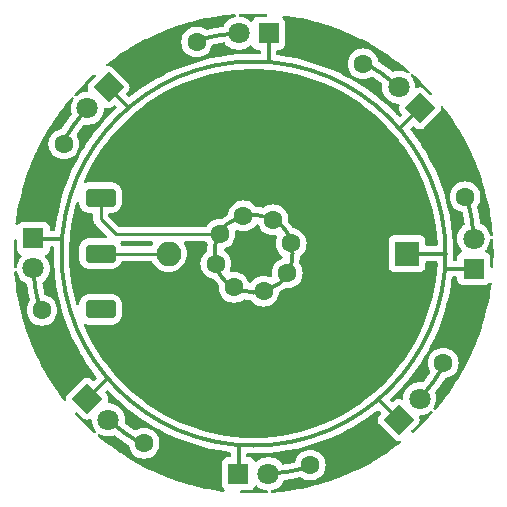
<source format=gbr>
%TF.GenerationSoftware,KiCad,Pcbnew,7.0.9*%
%TF.CreationDate,2025-02-20T14:34:02+01:00*%
%TF.ProjectId,firefly,66697265-666c-4792-9e6b-696361645f70,rev?*%
%TF.SameCoordinates,Original*%
%TF.FileFunction,Copper,L2,Bot*%
%TF.FilePolarity,Positive*%
%FSLAX46Y46*%
G04 Gerber Fmt 4.6, Leading zero omitted, Abs format (unit mm)*
G04 Created by KiCad (PCBNEW 7.0.9) date 2025-02-20 14:34:02*
%MOMM*%
%LPD*%
G01*
G04 APERTURE LIST*
G04 Aperture macros list*
%AMRoundRect*
0 Rectangle with rounded corners*
0 $1 Rounding radius*
0 $2 $3 $4 $5 $6 $7 $8 $9 X,Y pos of 4 corners*
0 Add a 4 corners polygon primitive as box body*
4,1,4,$2,$3,$4,$5,$6,$7,$8,$9,$2,$3,0*
0 Add four circle primitives for the rounded corners*
1,1,$1+$1,$2,$3*
1,1,$1+$1,$4,$5*
1,1,$1+$1,$6,$7*
1,1,$1+$1,$8,$9*
0 Add four rect primitives between the rounded corners*
20,1,$1+$1,$2,$3,$4,$5,0*
20,1,$1+$1,$4,$5,$6,$7,0*
20,1,$1+$1,$6,$7,$8,$9,0*
20,1,$1+$1,$8,$9,$2,$3,0*%
%AMHorizOval*
0 Thick line with rounded ends*
0 $1 width*
0 $2 $3 position (X,Y) of the first rounded end (center of the circle)*
0 $4 $5 position (X,Y) of the second rounded end (center of the circle)*
0 Add line between two ends*
20,1,$1,$2,$3,$4,$5,0*
0 Add two circle primitives to create the rounded ends*
1,1,$1,$2,$3*
1,1,$1,$4,$5*%
%AMRotRect*
0 Rectangle, with rotation*
0 The origin of the aperture is its center*
0 $1 length*
0 $2 width*
0 $3 Rotation angle, in degrees counterclockwise*
0 Add horizontal line*
21,1,$1,$2,0,0,$3*%
G04 Aperture macros list end*
%TA.AperFunction,NonConductor*%
%ADD10C,0.300000*%
%TD*%
%TA.AperFunction,ComponentPad*%
%ADD11RotRect,1.800000X1.800000X135.000000*%
%TD*%
%TA.AperFunction,ComponentPad*%
%ADD12C,1.800000*%
%TD*%
%TA.AperFunction,ComponentPad*%
%ADD13R,1.800000X1.800000*%
%TD*%
%TA.AperFunction,ComponentPad*%
%ADD14RotRect,1.800000X1.800000X315.000000*%
%TD*%
%TA.AperFunction,ComponentPad*%
%ADD15RotRect,1.800000X1.800000X225.000000*%
%TD*%
%TA.AperFunction,ComponentPad*%
%ADD16RotRect,1.800000X1.800000X45.000000*%
%TD*%
%TA.AperFunction,ComponentPad*%
%ADD17O,2.100000X2.100000*%
%TD*%
%TA.AperFunction,ComponentPad*%
%ADD18R,2.100000X2.100000*%
%TD*%
%TA.AperFunction,ComponentPad*%
%ADD19RoundRect,0.400000X-0.900000X0.400000X-0.900000X-0.400000X0.900000X-0.400000X0.900000X0.400000X0*%
%TD*%
%TA.AperFunction,ComponentPad*%
%ADD20C,1.600000*%
%TD*%
%TA.AperFunction,ComponentPad*%
%ADD21HorizOval,1.600000X0.000000X0.000000X0.000000X0.000000X0*%
%TD*%
%TA.AperFunction,ComponentPad*%
%ADD22HorizOval,1.600000X0.000000X0.000000X0.000000X0.000000X0*%
%TD*%
%TA.AperFunction,ComponentPad*%
%ADD23HorizOval,1.600000X0.000000X0.000000X0.000000X0.000000X0*%
%TD*%
%TA.AperFunction,ComponentPad*%
%ADD24HorizOval,1.600000X0.000000X0.000000X0.000000X0.000000X0*%
%TD*%
%TA.AperFunction,ComponentPad*%
%ADD25HorizOval,1.600000X0.000000X0.000000X0.000000X0.000000X0*%
%TD*%
%TA.AperFunction,ComponentPad*%
%ADD26HorizOval,1.600000X0.000000X0.000000X0.000000X0.000000X0*%
%TD*%
%TA.AperFunction,ComponentPad*%
%ADD27HorizOval,1.600000X0.000000X0.000000X0.000000X0.000000X0*%
%TD*%
%TA.AperFunction,ComponentPad*%
%ADD28HorizOval,1.600000X0.000000X0.000000X0.000000X0.000000X0*%
%TD*%
%TA.AperFunction,Conductor*%
%ADD29C,0.250000*%
%TD*%
G04 APERTURE END LIST*
D10*
X141334643Y-78357305D02*
G75*
G03*
X138281667Y-76201738I-12267043J-14134295D01*
G01*
X147700580Y-91185999D02*
G75*
G03*
X147066002Y-87503002I-18668480J-1320401D01*
G01*
X147701000Y-93726000D02*
X145288000Y-93726000D01*
X127762000Y-73787427D02*
G75*
G03*
X124079004Y-74421998I1320400J-18668673D01*
G01*
X130302000Y-73787000D02*
X130302000Y-76200000D01*
X116713000Y-78359000D02*
X118451497Y-80097497D01*
X141351000Y-106553000D02*
X139611915Y-104813915D01*
X143129000Y-80137000D02*
X141383610Y-81882390D01*
X132334000Y-92456000D02*
G75*
G03*
X132334000Y-92456000I-3302000J0D01*
G01*
X114935000Y-104775000D02*
X116665663Y-103044337D01*
X114933310Y-80153360D02*
G75*
G03*
X112777737Y-83206337I14134390J-12267140D01*
G01*
X110363000Y-91186000D02*
X112776000Y-91186000D01*
X143130704Y-104758651D02*
G75*
G03*
X145286264Y-101705666I-14134404J12267051D01*
G01*
X110363428Y-93726000D02*
G75*
G03*
X110998001Y-97409000I18668672J1320400D01*
G01*
X127762000Y-111125000D02*
X127762000Y-108712000D01*
X141986000Y-92456000D02*
X145288000Y-92456000D01*
X116729353Y-106554699D02*
G75*
G03*
X119782336Y-108710262I12267147J14134499D01*
G01*
X130302000Y-111124575D02*
G75*
G03*
X133984999Y-110490000I-1320400J18668575D01*
G01*
X145288000Y-92456000D02*
G75*
G03*
X145288000Y-92456000I-16256000J0D01*
G01*
D11*
%TO.P,D1,1*%
%TO.N,GND*%
X143113324Y-80177798D03*
D12*
%TO.P,D1,2*%
%TO.N,LED*%
X141317273Y-78381747D03*
%TD*%
D13*
%TO.P,D2,1*%
%TO.N,GND*%
X130307000Y-73817000D03*
D12*
%TO.P,D2,2*%
%TO.N,LED*%
X127767000Y-73817000D03*
%TD*%
D14*
%TO.P,REF\u002A\u002A,1*%
%TO.N,GND*%
X114950676Y-104734202D03*
D12*
%TO.P,REF\u002A\u002A,2*%
%TO.N,LED*%
X116746727Y-106530253D03*
%TD*%
D13*
%TO.P,REF\u002A\u002A,1*%
%TO.N,GND*%
X110393000Y-91181000D03*
D12*
%TO.P,REF\u002A\u002A,2*%
%TO.N,LED*%
X110393000Y-93721000D03*
%TD*%
D15*
%TO.P,REF\u002A\u002A,1*%
%TO.N,GND*%
X116753798Y-78374676D03*
D12*
%TO.P,REF\u002A\u002A,2*%
%TO.N,LED*%
X114957747Y-80170727D03*
%TD*%
D16*
%TO.P,REF\u002A\u002A,1*%
%TO.N,GND*%
X141310202Y-106537324D03*
D12*
%TO.P,REF\u002A\u002A,2*%
%TO.N,LED*%
X143106253Y-104741273D03*
%TD*%
D13*
%TO.P,REF\u002A\u002A,1*%
%TO.N,GND*%
X127757000Y-111095000D03*
D12*
%TO.P,REF\u002A\u002A,2*%
%TO.N,LED*%
X130297000Y-111095000D03*
%TD*%
D17*
%TO.P,CR2023,1*%
%TO.N,3V*%
X121841176Y-92456000D03*
D18*
%TO.P,CR2023,2*%
%TO.N,GND*%
X142034176Y-92456000D03*
%TD*%
D13*
%TO.P,D8,1*%
%TO.N,GND*%
X147671000Y-93731000D03*
D12*
%TO.P,D8,2*%
%TO.N,LED*%
X147671000Y-91191000D03*
%TD*%
D19*
%TO.P,,1*%
%TO.N,3V*%
X116078000Y-87731600D03*
%TO.P,,2*%
X116078000Y-92456000D03*
%TO.P,,3*%
%TO.N,N/C*%
X116078000Y-97180400D03*
%TD*%
D20*
%TO.P,R2,1*%
%TO.N,3V*%
X128177378Y-89266515D03*
D21*
%TO.P,R2,2*%
%TO.N,LED*%
X124232976Y-74545805D03*
%TD*%
D20*
%TO.P,R5,1*%
%TO.N,3V*%
X127380999Y-95315614D03*
D22*
%TO.P,R5,2*%
%TO.N,LED*%
X119760999Y-108513841D03*
%TD*%
D20*
%TO.P,R4,1*%
%TO.N,3V*%
X125842513Y-93310620D03*
D23*
%TO.P,R4,2*%
%TO.N,LED*%
X111121803Y-97255022D03*
%TD*%
D20*
%TO.P,R6,1*%
%TO.N,3V*%
X129886618Y-95645485D03*
D24*
%TO.P,R6,2*%
%TO.N,LED*%
X133831020Y-110366195D03*
%TD*%
D20*
%TO.P,3,1*%
%TO.N,3V*%
X126172384Y-90805001D03*
D25*
%TO.P,3,2*%
%TO.N,LED*%
X112974157Y-83185001D03*
%TD*%
D20*
%TO.P,R7,1*%
%TO.N,3V*%
X131891612Y-94106999D03*
D26*
%TO.P,R7,2*%
%TO.N,LED*%
X145089839Y-101726999D03*
%TD*%
D20*
%TO.P,R1,1*%
%TO.N,3V*%
X130682997Y-89596386D03*
D27*
%TO.P,R1,2*%
%TO.N,LED*%
X138302997Y-76398159D03*
%TD*%
D20*
%TO.P,R8,1*%
%TO.N,3V*%
X132221483Y-91601380D03*
D28*
%TO.P,R8,2*%
%TO.N,LED*%
X146942193Y-87656978D03*
%TD*%
D29*
%TO.N,3V*%
X116078000Y-87731600D02*
X116078000Y-89535000D01*
X121841176Y-92456000D02*
X116078000Y-92456000D01*
X116078000Y-89535000D02*
X117348001Y-90805001D01*
X117348001Y-90805001D02*
X126172384Y-90805001D01*
%TD*%
%TA.AperFunction,NonConductor*%
G36*
X129571195Y-72145443D02*
G01*
X130094701Y-72168622D01*
X130160800Y-72191252D01*
X130204174Y-72246028D01*
X130211049Y-72315559D01*
X130179242Y-72377768D01*
X130118850Y-72412906D01*
X130089212Y-72416500D01*
X129359129Y-72416500D01*
X129359123Y-72416501D01*
X129299516Y-72422908D01*
X129164671Y-72473202D01*
X129164664Y-72473206D01*
X129049455Y-72559452D01*
X129049452Y-72559455D01*
X128963206Y-72674664D01*
X128963203Y-72674670D01*
X128934544Y-72751508D01*
X128892672Y-72807441D01*
X128827208Y-72831858D01*
X128758935Y-72817006D01*
X128727135Y-72792158D01*
X128718784Y-72783087D01*
X128718778Y-72783082D01*
X128718777Y-72783081D01*
X128535634Y-72640535D01*
X128535628Y-72640531D01*
X128331504Y-72530064D01*
X128331495Y-72530061D01*
X128111984Y-72454702D01*
X127889999Y-72417659D01*
X127827114Y-72387208D01*
X127790674Y-72327593D01*
X127792250Y-72257741D01*
X127831340Y-72199830D01*
X127895534Y-72172245D01*
X127904873Y-72171475D01*
X128492807Y-72145443D01*
X128672265Y-72141473D01*
X129391735Y-72141473D01*
X129571195Y-72145443D01*
G37*
%TD.AperFunction*%
%TA.AperFunction,NonConductor*%
G36*
X142532932Y-77275726D02*
G01*
X142551754Y-77289612D01*
X142560550Y-77297485D01*
X142649362Y-77376979D01*
X142693121Y-77417926D01*
X143174678Y-77868536D01*
X143232860Y-77925446D01*
X143303041Y-77994092D01*
X143806075Y-78508381D01*
X143878290Y-78585553D01*
X143928775Y-78639506D01*
X144122264Y-78855676D01*
X144152308Y-78918757D01*
X144143478Y-78988066D01*
X144098579Y-79041599D01*
X144031865Y-79062360D01*
X143964517Y-79043756D01*
X143942189Y-79026057D01*
X143433387Y-78517256D01*
X143433380Y-78517249D01*
X143386697Y-78479629D01*
X143313126Y-78446030D01*
X143255779Y-78419840D01*
X143255781Y-78419840D01*
X143113324Y-78399359D01*
X142970869Y-78419840D01*
X142895183Y-78454405D01*
X142826025Y-78464348D01*
X142762469Y-78435323D01*
X142724695Y-78376544D01*
X142720096Y-78351855D01*
X142703407Y-78150442D01*
X142690964Y-78101305D01*
X142646430Y-77925446D01*
X142553197Y-77712898D01*
X142495702Y-77624896D01*
X142426252Y-77518594D01*
X142377828Y-77465991D01*
X142346906Y-77403336D01*
X142354767Y-77333910D01*
X142398914Y-77279755D01*
X142465332Y-77258065D01*
X142532932Y-77275726D01*
G37*
%TD.AperFunction*%
%TA.AperFunction,NonConductor*%
G36*
X115602271Y-77306314D02*
G01*
X115655804Y-77351213D01*
X115676566Y-77417926D01*
X115657963Y-77485274D01*
X115640263Y-77507604D01*
X115093256Y-78054612D01*
X115093250Y-78054619D01*
X115055628Y-78101304D01*
X115055627Y-78101306D01*
X114995840Y-78232219D01*
X114975359Y-78374676D01*
X114995840Y-78517132D01*
X115031272Y-78594715D01*
X115041216Y-78663874D01*
X115012191Y-78727429D01*
X114953413Y-78765204D01*
X114918478Y-78770227D01*
X114841698Y-78770227D01*
X114795911Y-78777867D01*
X114612762Y-78808429D01*
X114393251Y-78883788D01*
X114393242Y-78883791D01*
X114189119Y-78994258D01*
X114053098Y-79100127D01*
X113988104Y-79125769D01*
X113919564Y-79112202D01*
X113869239Y-79063734D01*
X113853108Y-78995752D01*
X113876291Y-78929840D01*
X113884527Y-78919591D01*
X114135258Y-78639468D01*
X114230058Y-78538160D01*
X114257924Y-78508381D01*
X114760958Y-77994092D01*
X114762999Y-77992095D01*
X114889311Y-77868546D01*
X115414653Y-77376964D01*
X115469885Y-77327527D01*
X115532961Y-77297485D01*
X115602271Y-77306314D01*
G37*
%TD.AperFunction*%
%TA.AperFunction,NonConductor*%
G36*
X127479388Y-72219186D02*
G01*
X127529631Y-72267739D01*
X127545648Y-72335748D01*
X127522354Y-72401620D01*
X127467145Y-72444442D01*
X127442243Y-72451326D01*
X127422022Y-72454700D01*
X127422017Y-72454701D01*
X127202504Y-72530061D01*
X127202495Y-72530064D01*
X126998371Y-72640531D01*
X126998365Y-72640535D01*
X126815222Y-72783081D01*
X126815219Y-72783084D01*
X126815216Y-72783086D01*
X126815216Y-72783087D01*
X126770319Y-72831858D01*
X126658016Y-72953852D01*
X126531079Y-73148145D01*
X126531077Y-73148149D01*
X126507950Y-73200871D01*
X126462993Y-73254355D01*
X126413001Y-73273654D01*
X125793512Y-73367674D01*
X125080172Y-73505326D01*
X125010617Y-73498700D01*
X124985554Y-73485147D01*
X124885713Y-73415239D01*
X124885712Y-73415238D01*
X124885710Y-73415237D01*
X124769574Y-73361081D01*
X124679473Y-73319066D01*
X124679464Y-73319063D01*
X124459673Y-73260171D01*
X124459669Y-73260170D01*
X124459668Y-73260170D01*
X124459667Y-73260169D01*
X124459662Y-73260169D01*
X124232978Y-73240337D01*
X124232974Y-73240337D01*
X124006289Y-73260169D01*
X124006278Y-73260171D01*
X123786487Y-73319063D01*
X123786478Y-73319066D01*
X123580243Y-73415236D01*
X123580241Y-73415237D01*
X123393834Y-73545759D01*
X123232930Y-73706663D01*
X123102408Y-73893070D01*
X123102407Y-73893072D01*
X123006237Y-74099307D01*
X123006234Y-74099316D01*
X122947342Y-74319107D01*
X122947340Y-74319118D01*
X122927508Y-74545803D01*
X122927508Y-74545806D01*
X122947340Y-74772491D01*
X122947342Y-74772502D01*
X123006234Y-74992293D01*
X123006237Y-74992302D01*
X123102407Y-75198537D01*
X123102408Y-75198539D01*
X123232930Y-75384946D01*
X123393834Y-75545850D01*
X123393837Y-75545852D01*
X123580242Y-75676373D01*
X123786480Y-75772544D01*
X123786485Y-75772545D01*
X123786487Y-75772546D01*
X123839391Y-75786721D01*
X124006284Y-75831440D01*
X124168206Y-75845606D01*
X124232974Y-75851273D01*
X124232976Y-75851273D01*
X124232978Y-75851273D01*
X124289649Y-75846314D01*
X124459668Y-75831440D01*
X124679472Y-75772544D01*
X124885710Y-75676373D01*
X125072115Y-75545852D01*
X125233023Y-75384944D01*
X125363544Y-75198539D01*
X125459715Y-74992301D01*
X125505745Y-74820513D01*
X125542108Y-74760855D01*
X125599591Y-74731349D01*
X125649702Y-74720636D01*
X125659621Y-74718516D01*
X126371756Y-74595816D01*
X126507337Y-74578005D01*
X126576369Y-74588790D01*
X126627296Y-74633127D01*
X126658015Y-74680145D01*
X126658017Y-74680147D01*
X126658021Y-74680153D01*
X126815216Y-74850913D01*
X126815219Y-74850915D01*
X126815222Y-74850918D01*
X126998365Y-74993464D01*
X126998371Y-74993468D01*
X126998374Y-74993470D01*
X127202497Y-75103936D01*
X127251163Y-75120643D01*
X127422015Y-75179297D01*
X127422017Y-75179297D01*
X127422019Y-75179298D01*
X127650951Y-75217500D01*
X127650952Y-75217500D01*
X127883048Y-75217500D01*
X127883049Y-75217500D01*
X128111981Y-75179298D01*
X128331503Y-75103936D01*
X128535626Y-74993470D01*
X128718784Y-74850913D01*
X128727130Y-74841846D01*
X128787010Y-74805854D01*
X128856849Y-74807949D01*
X128914468Y-74847469D01*
X128934544Y-74882491D01*
X128963203Y-74959330D01*
X128963206Y-74959335D01*
X129049452Y-75074544D01*
X129049455Y-75074547D01*
X129164664Y-75160793D01*
X129164671Y-75160797D01*
X129193145Y-75171417D01*
X129299517Y-75211091D01*
X129359127Y-75217500D01*
X129527500Y-75217499D01*
X129594539Y-75237183D01*
X129640294Y-75289987D01*
X129651500Y-75341499D01*
X129651500Y-75429556D01*
X129631815Y-75496595D01*
X129579011Y-75542350D01*
X129521509Y-75553411D01*
X129440652Y-75549500D01*
X129440644Y-75549500D01*
X128623356Y-75549500D01*
X128623348Y-75549500D01*
X127807022Y-75588986D01*
X126993567Y-75667863D01*
X126993557Y-75667864D01*
X126993551Y-75667865D01*
X126184840Y-75785954D01*
X125382779Y-75942977D01*
X124589240Y-76138567D01*
X123806078Y-76372267D01*
X123035121Y-76643531D01*
X123035109Y-76643536D01*
X123035109Y-76643535D01*
X122278177Y-76951723D01*
X121536994Y-77296131D01*
X121536995Y-77296130D01*
X121332732Y-77403336D01*
X120813322Y-77675944D01*
X120813317Y-77675947D01*
X120108863Y-78090265D01*
X120108856Y-78090269D01*
X120108845Y-78090276D01*
X119425208Y-78538159D01*
X119425206Y-78538160D01*
X118764003Y-79018553D01*
X118589209Y-79158935D01*
X118524614Y-79185566D01*
X118455875Y-79173047D01*
X118423882Y-79149936D01*
X118279193Y-79005247D01*
X118245708Y-78943924D01*
X118250692Y-78874232D01*
X118279190Y-78829887D01*
X118414347Y-78694732D01*
X118451967Y-78648049D01*
X118511755Y-78517133D01*
X118532237Y-78374676D01*
X118511755Y-78232219D01*
X118474408Y-78150442D01*
X118451968Y-78101305D01*
X118451967Y-78101304D01*
X118451967Y-78101303D01*
X118414348Y-78054620D01*
X118414343Y-78054615D01*
X118414339Y-78054610D01*
X117073861Y-76714134D01*
X117073854Y-76714127D01*
X117027171Y-76676507D01*
X116954975Y-76643536D01*
X116896253Y-76616718D01*
X116896255Y-76616718D01*
X116753798Y-76596237D01*
X116701807Y-76603712D01*
X116632648Y-76593768D01*
X116579844Y-76548013D01*
X116560160Y-76480973D01*
X116579845Y-76413934D01*
X116607767Y-76383300D01*
X116800615Y-76232478D01*
X116877832Y-76174796D01*
X116944414Y-76125056D01*
X117530228Y-75707308D01*
X117678613Y-75606369D01*
X118282380Y-75214911D01*
X118435035Y-75120666D01*
X119055492Y-74756317D01*
X119212256Y-74668867D01*
X119848146Y-74332361D01*
X120008630Y-74251927D01*
X120658842Y-73943850D01*
X120822664Y-73870622D01*
X121485881Y-73591601D01*
X121652791Y-73525687D01*
X122327717Y-73276269D01*
X122497375Y-73217805D01*
X123182662Y-72998489D01*
X123354738Y-72947587D01*
X124049018Y-72758809D01*
X124223256Y-72715548D01*
X124925163Y-72557675D01*
X125101145Y-72522163D01*
X125809345Y-72395493D01*
X125986743Y-72367798D01*
X126699872Y-72272575D01*
X126878246Y-72252762D01*
X127410876Y-72205503D01*
X127479388Y-72219186D01*
G37*
%TD.AperFunction*%
%TA.AperFunction,NonConductor*%
G36*
X132077246Y-72367797D02*
G01*
X132254672Y-72395496D01*
X132962828Y-72522159D01*
X133138871Y-72557683D01*
X133840753Y-72715551D01*
X134014990Y-72758811D01*
X134709230Y-72947579D01*
X134881384Y-72998504D01*
X135566589Y-73217794D01*
X135736302Y-73276277D01*
X136411190Y-73525680D01*
X136578107Y-73591596D01*
X137241324Y-73870617D01*
X137405214Y-73943877D01*
X138055342Y-74251915D01*
X138135982Y-74292331D01*
X138215854Y-74332362D01*
X138851744Y-74668868D01*
X138963745Y-74731348D01*
X139008549Y-74756342D01*
X139023075Y-74764872D01*
X139628955Y-75120661D01*
X139781638Y-75214923D01*
X140312357Y-75559020D01*
X140385364Y-75606355D01*
X140533779Y-75707314D01*
X141119554Y-76125034D01*
X141263384Y-76232479D01*
X141581121Y-76480973D01*
X141830103Y-76675696D01*
X141925835Y-76754040D01*
X141969030Y-76789390D01*
X142203474Y-76990073D01*
X142241602Y-77048622D01*
X142242024Y-77118490D01*
X142204605Y-77177495D01*
X142141225Y-77206903D01*
X142072008Y-77197377D01*
X142063832Y-77193335D01*
X141881776Y-77094811D01*
X141881768Y-77094808D01*
X141662257Y-77019449D01*
X141486213Y-76990073D01*
X141433322Y-76981247D01*
X141201224Y-76981247D01*
X141172582Y-76986026D01*
X140972291Y-77019448D01*
X140858934Y-77058364D01*
X140789135Y-77061513D01*
X140745140Y-77040927D01*
X140731299Y-77030734D01*
X140239526Y-76668562D01*
X139962231Y-76480973D01*
X139642813Y-76264888D01*
X139598316Y-76211020D01*
X139589714Y-76176769D01*
X139589571Y-76176795D01*
X139589218Y-76174796D01*
X139588765Y-76172990D01*
X139588632Y-76171467D01*
X139529736Y-75951663D01*
X139433565Y-75745425D01*
X139320707Y-75584246D01*
X139303042Y-75559017D01*
X139142138Y-75398113D01*
X138955731Y-75267591D01*
X138955729Y-75267590D01*
X138749494Y-75171420D01*
X138749485Y-75171417D01*
X138529694Y-75112525D01*
X138529690Y-75112524D01*
X138529689Y-75112524D01*
X138529688Y-75112523D01*
X138529683Y-75112523D01*
X138302999Y-75092691D01*
X138302995Y-75092691D01*
X138076310Y-75112523D01*
X138076299Y-75112525D01*
X137856508Y-75171417D01*
X137856499Y-75171420D01*
X137650264Y-75267590D01*
X137650262Y-75267591D01*
X137463855Y-75398113D01*
X137302951Y-75559017D01*
X137172429Y-75745424D01*
X137172428Y-75745426D01*
X137076258Y-75951661D01*
X137076255Y-75951670D01*
X137017363Y-76171461D01*
X137017361Y-76171472D01*
X136997529Y-76398157D01*
X136997529Y-76398160D01*
X137017361Y-76624845D01*
X137017363Y-76624856D01*
X137076255Y-76844647D01*
X137076258Y-76844656D01*
X137172428Y-77050891D01*
X137172429Y-77050893D01*
X137302951Y-77237300D01*
X137463855Y-77398204D01*
X137463858Y-77398206D01*
X137650263Y-77528727D01*
X137856501Y-77624898D01*
X138076305Y-77683794D01*
X138238227Y-77697960D01*
X138302995Y-77703627D01*
X138302997Y-77703627D01*
X138302999Y-77703627D01*
X138359670Y-77698668D01*
X138529689Y-77683794D01*
X138749493Y-77624898D01*
X138955731Y-77528727D01*
X138999460Y-77498107D01*
X139065662Y-77475780D01*
X139133430Y-77492789D01*
X139137976Y-77495596D01*
X139189660Y-77529073D01*
X139779976Y-77945868D01*
X139885184Y-78026644D01*
X139926370Y-78083083D01*
X139931980Y-78145393D01*
X139931138Y-78150437D01*
X139911973Y-78381740D01*
X139911973Y-78381753D01*
X139931137Y-78613044D01*
X139931139Y-78613055D01*
X139988115Y-78838047D01*
X140081348Y-79050595D01*
X140208289Y-79244894D01*
X140208292Y-79244898D01*
X140208294Y-79244900D01*
X140365489Y-79415660D01*
X140365492Y-79415662D01*
X140365495Y-79415665D01*
X140548638Y-79558211D01*
X140548644Y-79558215D01*
X140548647Y-79558217D01*
X140752770Y-79668683D01*
X140866760Y-79707815D01*
X140972288Y-79744044D01*
X140972290Y-79744044D01*
X140972292Y-79744045D01*
X141201224Y-79782247D01*
X141201225Y-79782247D01*
X141278004Y-79782247D01*
X141345043Y-79801932D01*
X141390798Y-79854736D01*
X141400742Y-79923894D01*
X141390798Y-79957759D01*
X141355366Y-80035341D01*
X141334885Y-80177798D01*
X141355366Y-80320254D01*
X141415154Y-80451170D01*
X141415155Y-80451172D01*
X141452765Y-80497843D01*
X141452776Y-80497856D01*
X141562805Y-80607885D01*
X141596290Y-80669208D01*
X141591306Y-80738900D01*
X141562805Y-80783247D01*
X141498945Y-80847107D01*
X141437622Y-80880592D01*
X141367930Y-80875608D01*
X141320463Y-80843872D01*
X141217062Y-80732689D01*
X141133807Y-80643168D01*
X141122892Y-80632514D01*
X140548951Y-80072278D01*
X139937220Y-79530331D01*
X139665302Y-79311944D01*
X139299996Y-79018553D01*
X139299997Y-79018553D01*
X138638794Y-78538160D01*
X138638792Y-78538159D01*
X137955155Y-78090276D01*
X137955143Y-78090269D01*
X137955137Y-78090265D01*
X137250683Y-77675947D01*
X137250678Y-77675944D01*
X136731268Y-77403336D01*
X136527005Y-77296130D01*
X136527006Y-77296131D01*
X135785823Y-76951723D01*
X135028891Y-76643535D01*
X135028891Y-76643536D01*
X135028879Y-76643531D01*
X134257922Y-76372267D01*
X133474760Y-76138567D01*
X132681221Y-75942977D01*
X131879160Y-75785954D01*
X131070449Y-75667865D01*
X131068259Y-75667652D01*
X131064523Y-75667290D01*
X130999698Y-75641222D01*
X130959258Y-75584246D01*
X130952500Y-75543870D01*
X130952500Y-75341499D01*
X130972185Y-75274460D01*
X131024989Y-75228705D01*
X131076500Y-75217499D01*
X131254871Y-75217499D01*
X131254872Y-75217499D01*
X131314483Y-75211091D01*
X131449331Y-75160796D01*
X131564546Y-75074546D01*
X131650796Y-74959331D01*
X131701091Y-74824483D01*
X131707500Y-74764873D01*
X131707499Y-72869128D01*
X131701091Y-72809517D01*
X131691233Y-72783087D01*
X131650797Y-72674671D01*
X131650793Y-72674664D01*
X131564547Y-72559455D01*
X131564544Y-72559452D01*
X131522555Y-72528019D01*
X131480684Y-72472086D01*
X131475700Y-72402394D01*
X131509186Y-72341071D01*
X131570509Y-72307587D01*
X131613275Y-72305844D01*
X132077246Y-72367797D01*
G37*
%TD.AperFunction*%
%TA.AperFunction,NonConductor*%
G36*
X113777789Y-79250417D02*
G01*
X113807198Y-79313796D01*
X113797673Y-79383014D01*
X113788378Y-79400006D01*
X113721822Y-79501878D01*
X113628589Y-79714426D01*
X113571613Y-79939418D01*
X113571611Y-79939429D01*
X113552447Y-80170720D01*
X113552447Y-80170733D01*
X113571611Y-80402024D01*
X113571613Y-80402035D01*
X113628589Y-80627025D01*
X113630253Y-80631870D01*
X113628376Y-80632514D01*
X113636196Y-80693362D01*
X113613581Y-80747409D01*
X113244565Y-81248477D01*
X112840893Y-81845184D01*
X112787025Y-81889682D01*
X112752769Y-81898285D01*
X112752794Y-81898427D01*
X112750818Y-81898775D01*
X112749001Y-81899231D01*
X112747465Y-81899366D01*
X112747463Y-81899366D01*
X112747459Y-81899367D01*
X112527668Y-81958259D01*
X112527659Y-81958262D01*
X112321424Y-82054432D01*
X112321422Y-82054433D01*
X112135015Y-82184955D01*
X111974111Y-82345859D01*
X111843589Y-82532266D01*
X111843588Y-82532268D01*
X111747418Y-82738503D01*
X111747415Y-82738512D01*
X111688523Y-82958303D01*
X111688521Y-82958314D01*
X111668689Y-83184999D01*
X111668689Y-83185002D01*
X111688521Y-83411687D01*
X111688523Y-83411698D01*
X111747415Y-83631489D01*
X111747418Y-83631498D01*
X111843588Y-83837733D01*
X111843589Y-83837735D01*
X111974111Y-84024142D01*
X112135015Y-84185046D01*
X112135018Y-84185048D01*
X112321423Y-84315569D01*
X112527661Y-84411740D01*
X112747465Y-84470636D01*
X112909387Y-84484802D01*
X112974155Y-84490469D01*
X112974157Y-84490469D01*
X112974159Y-84490469D01*
X113030830Y-84485510D01*
X113200849Y-84470636D01*
X113420653Y-84411740D01*
X113626891Y-84315569D01*
X113813296Y-84185048D01*
X113974204Y-84024140D01*
X114104725Y-83837735D01*
X114200896Y-83631497D01*
X114259792Y-83411693D01*
X114279625Y-83185001D01*
X114259792Y-82958309D01*
X114200896Y-82738505D01*
X114104725Y-82532267D01*
X114074108Y-82488542D01*
X114051782Y-82422337D01*
X114068792Y-82354570D01*
X114071576Y-82350059D01*
X114105074Y-82298345D01*
X114521871Y-81708028D01*
X114605962Y-81598501D01*
X114662402Y-81557315D01*
X114724725Y-81551707D01*
X114841698Y-81571227D01*
X114841700Y-81571227D01*
X115073795Y-81571227D01*
X115073796Y-81571227D01*
X115302728Y-81533025D01*
X115522250Y-81457663D01*
X115726373Y-81347197D01*
X115909531Y-81204640D01*
X116066726Y-81033880D01*
X116193671Y-80839576D01*
X116286904Y-80627027D01*
X116343881Y-80402032D01*
X116360569Y-80200621D01*
X116385723Y-80135439D01*
X116442125Y-80094200D01*
X116511868Y-80090002D01*
X116535655Y-80098067D01*
X116611341Y-80132633D01*
X116611340Y-80132633D01*
X116629247Y-80135207D01*
X116753798Y-80153115D01*
X116896255Y-80132633D01*
X117027171Y-80072845D01*
X117073854Y-80035226D01*
X117183885Y-79925192D01*
X117245207Y-79891708D01*
X117314899Y-79896692D01*
X117359247Y-79925193D01*
X117421889Y-79987835D01*
X117455374Y-80049158D01*
X117450390Y-80118850D01*
X117420824Y-80164250D01*
X116930201Y-80643159D01*
X116930201Y-80643160D01*
X116930193Y-80643168D01*
X116747533Y-80839575D01*
X116373608Y-81241640D01*
X116095541Y-81571227D01*
X115870176Y-81838348D01*
X115846577Y-81866319D01*
X115476976Y-82350006D01*
X115350359Y-82515706D01*
X114886087Y-83188320D01*
X114747341Y-83411693D01*
X114454860Y-83882568D01*
X114454859Y-83882569D01*
X114454853Y-83882580D01*
X114057665Y-84596863D01*
X114057660Y-84596872D01*
X114057660Y-84596873D01*
X113695450Y-85329501D01*
X113369053Y-86078787D01*
X113369054Y-86078787D01*
X113080952Y-86838451D01*
X113079239Y-86842967D01*
X113016477Y-87036128D01*
X112826685Y-87620247D01*
X112611979Y-88408823D01*
X112435619Y-89206866D01*
X112415197Y-89326438D01*
X112298024Y-90012482D01*
X112247759Y-90426448D01*
X112220138Y-90490625D01*
X112162204Y-90529681D01*
X112124664Y-90535500D01*
X111917499Y-90535500D01*
X111850460Y-90515815D01*
X111804705Y-90463011D01*
X111793499Y-90411500D01*
X111793499Y-90233129D01*
X111793498Y-90233123D01*
X111789417Y-90195160D01*
X111787091Y-90173517D01*
X111779165Y-90152267D01*
X111736797Y-90038671D01*
X111736793Y-90038664D01*
X111650547Y-89923455D01*
X111650544Y-89923452D01*
X111535335Y-89837206D01*
X111535328Y-89837202D01*
X111400482Y-89786908D01*
X111400483Y-89786908D01*
X111340883Y-89780501D01*
X111340881Y-89780500D01*
X111340873Y-89780500D01*
X111340864Y-89780500D01*
X109445129Y-89780500D01*
X109445123Y-89780501D01*
X109385516Y-89786908D01*
X109250671Y-89837202D01*
X109250664Y-89837206D01*
X109135455Y-89923452D01*
X109101014Y-89969459D01*
X109045079Y-90011330D01*
X108975388Y-90016313D01*
X108914065Y-89982827D01*
X108880581Y-89921503D01*
X108878506Y-89881459D01*
X108881349Y-89855860D01*
X108905103Y-89677961D01*
X109016085Y-88967075D01*
X109047690Y-88790377D01*
X109048262Y-88787545D01*
X109190005Y-88085108D01*
X109229394Y-87909987D01*
X109235930Y-87883664D01*
X109402762Y-87211719D01*
X109449856Y-87038518D01*
X109653956Y-86348553D01*
X109708657Y-86177635D01*
X109943067Y-85497403D01*
X110005289Y-85329031D01*
X110025449Y-85277980D01*
X110269557Y-84659834D01*
X110339167Y-84494378D01*
X110632753Y-83837580D01*
X110679133Y-83739693D01*
X110709642Y-83675306D01*
X110953718Y-83188314D01*
X111031987Y-83032149D01*
X111115955Y-82873475D01*
X111466462Y-82245157D01*
X111557342Y-82090393D01*
X111935338Y-81478131D01*
X112032974Y-81327544D01*
X112437651Y-80732646D01*
X112541857Y-80586518D01*
X112972448Y-80010108D01*
X112981228Y-79998882D01*
X113082998Y-79868752D01*
X113538696Y-79311914D01*
X113590370Y-79251547D01*
X113648916Y-79213421D01*
X113718784Y-79212999D01*
X113777789Y-79250417D01*
G37*
%TD.AperFunction*%
%TA.AperFunction,NonConductor*%
G36*
X120496755Y-91450186D02*
G01*
X120542510Y-91502990D01*
X120552454Y-91572148D01*
X120535443Y-91619291D01*
X120455398Y-91749911D01*
X120455396Y-91749915D01*
X120453722Y-91753957D01*
X120409879Y-91808359D01*
X120343584Y-91830421D01*
X120339163Y-91830500D01*
X117944992Y-91830500D01*
X117877953Y-91810815D01*
X117832198Y-91758011D01*
X117825217Y-91738591D01*
X117824317Y-91735234D01*
X117823320Y-91731512D01*
X117778802Y-91644140D01*
X117761812Y-91610795D01*
X117748916Y-91542126D01*
X117775193Y-91477386D01*
X117832299Y-91437129D01*
X117872297Y-91430501D01*
X120429716Y-91430501D01*
X120496755Y-91450186D01*
G37*
%TD.AperFunction*%
%TA.AperFunction,NonConductor*%
G36*
X145073351Y-79998881D02*
G01*
X145105654Y-80028987D01*
X145522142Y-80586518D01*
X145626363Y-80732668D01*
X146031025Y-81327544D01*
X146128687Y-81478173D01*
X146268309Y-81704327D01*
X146423832Y-81956237D01*
X146506611Y-82090318D01*
X146562185Y-82184955D01*
X146597543Y-82245168D01*
X146948026Y-82873442D01*
X147032021Y-83032166D01*
X147354357Y-83675306D01*
X147431246Y-83837581D01*
X147714219Y-84470634D01*
X147724833Y-84494378D01*
X147794453Y-84659862D01*
X148058710Y-85329031D01*
X148120934Y-85497409D01*
X148355337Y-86177619D01*
X148410053Y-86348588D01*
X148614133Y-87038484D01*
X148661243Y-87211743D01*
X148834605Y-87909987D01*
X148873995Y-88085116D01*
X149016309Y-88790377D01*
X149047914Y-88967078D01*
X149158889Y-89677918D01*
X149182652Y-89855880D01*
X149262072Y-90570919D01*
X149277941Y-90749753D01*
X149285147Y-90858164D01*
X149269952Y-90926361D01*
X149220299Y-90975518D01*
X149151952Y-90990026D01*
X149086611Y-90965280D01*
X149045022Y-90909137D01*
X149041214Y-90896829D01*
X149037464Y-90882019D01*
X149000157Y-90734700D01*
X148906924Y-90522151D01*
X148779983Y-90327852D01*
X148779980Y-90327849D01*
X148779979Y-90327847D01*
X148622784Y-90157087D01*
X148622779Y-90157083D01*
X148622777Y-90157081D01*
X148439634Y-90014535D01*
X148439623Y-90014528D01*
X148277859Y-89926986D01*
X148228268Y-89877767D01*
X148214281Y-89836540D01*
X148120330Y-89217509D01*
X147982676Y-88504165D01*
X147989302Y-88434611D01*
X148002852Y-88409551D01*
X148072761Y-88309712D01*
X148168932Y-88103474D01*
X148227828Y-87883670D01*
X148247661Y-87656978D01*
X148244447Y-87620247D01*
X148227828Y-87430291D01*
X148227828Y-87430286D01*
X148168932Y-87210482D01*
X148072761Y-87004244D01*
X147959835Y-86842967D01*
X147942238Y-86817836D01*
X147781334Y-86656932D01*
X147594927Y-86526410D01*
X147594925Y-86526409D01*
X147388690Y-86430239D01*
X147388681Y-86430236D01*
X147168890Y-86371344D01*
X147168886Y-86371343D01*
X147168885Y-86371343D01*
X147168884Y-86371342D01*
X147168879Y-86371342D01*
X146942195Y-86351510D01*
X146942191Y-86351510D01*
X146715506Y-86371342D01*
X146715495Y-86371344D01*
X146495704Y-86430236D01*
X146495695Y-86430239D01*
X146289460Y-86526409D01*
X146289458Y-86526410D01*
X146103051Y-86656932D01*
X145942147Y-86817836D01*
X145811625Y-87004243D01*
X145811624Y-87004245D01*
X145715454Y-87210480D01*
X145715451Y-87210489D01*
X145656559Y-87430280D01*
X145656557Y-87430291D01*
X145636725Y-87656976D01*
X145636725Y-87656979D01*
X145656557Y-87883664D01*
X145656559Y-87883675D01*
X145715451Y-88103466D01*
X145715454Y-88103475D01*
X145811624Y-88309710D01*
X145811625Y-88309712D01*
X145942147Y-88496119D01*
X146103051Y-88657023D01*
X146103054Y-88657025D01*
X146289459Y-88787546D01*
X146495697Y-88883717D01*
X146495702Y-88883718D01*
X146495704Y-88883719D01*
X146547282Y-88897539D01*
X146667489Y-88929748D01*
X146727150Y-88966113D01*
X146756655Y-89023596D01*
X146762682Y-89051783D01*
X146769489Y-89083620D01*
X146857838Y-89596386D01*
X146892189Y-89795756D01*
X146909959Y-89931034D01*
X146899173Y-90000066D01*
X146863177Y-90045037D01*
X146719222Y-90157081D01*
X146719219Y-90157084D01*
X146719216Y-90157086D01*
X146719216Y-90157087D01*
X146660267Y-90221122D01*
X146562016Y-90327852D01*
X146435075Y-90522151D01*
X146341842Y-90734699D01*
X146284866Y-90959691D01*
X146284864Y-90959702D01*
X146265700Y-91190993D01*
X146265700Y-91191006D01*
X146284864Y-91422297D01*
X146284866Y-91422308D01*
X146341842Y-91647300D01*
X146435075Y-91859848D01*
X146562016Y-92054147D01*
X146562019Y-92054151D01*
X146562021Y-92054153D01*
X146656803Y-92157114D01*
X146687724Y-92219767D01*
X146679864Y-92289193D01*
X146635716Y-92343348D01*
X146608906Y-92357277D01*
X146528669Y-92387203D01*
X146528664Y-92387206D01*
X146413455Y-92473452D01*
X146413452Y-92473455D01*
X146327206Y-92588664D01*
X146327202Y-92588671D01*
X146276908Y-92723517D01*
X146273536Y-92754886D01*
X146270501Y-92783123D01*
X146270500Y-92783135D01*
X146270500Y-92951500D01*
X146250815Y-93018539D01*
X146198011Y-93064294D01*
X146146500Y-93075500D01*
X146055498Y-93075500D01*
X145988459Y-93055815D01*
X145942704Y-93003011D01*
X145931534Y-92948504D01*
X145943438Y-92456000D01*
X145923690Y-91638956D01*
X145864489Y-90823806D01*
X145765976Y-90012483D01*
X145764724Y-90005155D01*
X145648803Y-89326438D01*
X145628381Y-89206866D01*
X145452021Y-88408823D01*
X145237315Y-87620247D01*
X145047523Y-87036128D01*
X144984761Y-86842967D01*
X144983048Y-86838451D01*
X144694946Y-86078787D01*
X144694947Y-86078787D01*
X144368550Y-85329501D01*
X144006340Y-84596873D01*
X144006339Y-84596872D01*
X144006335Y-84596863D01*
X143609147Y-83882580D01*
X143609141Y-83882569D01*
X143609140Y-83882568D01*
X143316659Y-83411693D01*
X143177913Y-83188320D01*
X142713641Y-82515706D01*
X142327582Y-82010482D01*
X142302520Y-81945263D01*
X142316697Y-81876847D01*
X142338424Y-81847520D01*
X142482754Y-81703190D01*
X142544075Y-81669708D01*
X142613767Y-81674692D01*
X142658114Y-81703193D01*
X142793268Y-81838347D01*
X142839951Y-81875967D01*
X142970867Y-81935755D01*
X142970866Y-81935755D01*
X142988773Y-81938329D01*
X143113324Y-81956237D01*
X143255781Y-81935755D01*
X143386697Y-81875967D01*
X143433380Y-81838348D01*
X144773873Y-80497854D01*
X144811493Y-80451171D01*
X144871281Y-80320255D01*
X144891763Y-80177798D01*
X144883574Y-80120842D01*
X144893518Y-80051686D01*
X144939272Y-79998882D01*
X145006312Y-79979197D01*
X145073351Y-79998881D01*
G37*
%TD.AperFunction*%
%TA.AperFunction,NonConductor*%
G36*
X149279550Y-91223030D02*
G01*
X149312342Y-91284726D01*
X149314614Y-91301493D01*
X149325656Y-91467602D01*
X149333598Y-91646969D01*
X149351500Y-92456000D01*
X149333598Y-93265030D01*
X149325656Y-93444397D01*
X149319226Y-93541127D01*
X149295138Y-93606713D01*
X149239416Y-93648865D01*
X149169750Y-93654199D01*
X149108259Y-93621023D01*
X149074467Y-93559868D01*
X149071499Y-93532902D01*
X149071499Y-92783129D01*
X149071498Y-92783123D01*
X149071497Y-92783116D01*
X149065091Y-92723517D01*
X149056059Y-92699302D01*
X149014797Y-92588671D01*
X149014793Y-92588664D01*
X148928547Y-92473455D01*
X148928544Y-92473452D01*
X148813335Y-92387206D01*
X148813328Y-92387202D01*
X148733094Y-92357277D01*
X148677160Y-92315406D01*
X148652743Y-92249941D01*
X148667595Y-92181668D01*
X148685190Y-92157121D01*
X148779979Y-92054153D01*
X148906924Y-91859849D01*
X149000157Y-91647300D01*
X149057134Y-91422305D01*
X149067311Y-91299474D01*
X149092463Y-91234294D01*
X149148865Y-91193056D01*
X149218608Y-91188856D01*
X149279550Y-91223030D01*
G37*
%TD.AperFunction*%
%TA.AperFunction,NonConductor*%
G36*
X108955739Y-91290959D02*
G01*
X108989532Y-91352113D01*
X108992500Y-91379081D01*
X108992500Y-92128870D01*
X108992501Y-92128876D01*
X108998908Y-92188483D01*
X109049202Y-92323328D01*
X109049206Y-92323335D01*
X109135452Y-92438544D01*
X109135455Y-92438547D01*
X109250664Y-92524793D01*
X109250673Y-92524798D01*
X109330904Y-92554722D01*
X109386838Y-92596593D01*
X109411256Y-92662057D01*
X109396405Y-92730330D01*
X109378802Y-92754886D01*
X109284019Y-92857849D01*
X109157075Y-93052151D01*
X109063842Y-93264699D01*
X109006866Y-93489691D01*
X109006864Y-93489703D01*
X108996687Y-93612527D01*
X108971534Y-93677712D01*
X108915132Y-93718950D01*
X108845388Y-93723148D01*
X108784447Y-93688974D01*
X108751655Y-93627277D01*
X108749386Y-93610526D01*
X108738342Y-93444377D01*
X108730401Y-93265044D01*
X108714486Y-92545753D01*
X108714486Y-92366246D01*
X108715277Y-92330500D01*
X108730401Y-91646955D01*
X108738341Y-91467630D01*
X108744774Y-91370854D01*
X108768860Y-91305271D01*
X108824582Y-91263119D01*
X108894248Y-91257784D01*
X108955739Y-91290959D01*
G37*
%TD.AperFunction*%
%TA.AperFunction,NonConductor*%
G36*
X129425726Y-89997993D02*
G01*
X129452539Y-90038641D01*
X129453970Y-90037975D01*
X129552428Y-90249118D01*
X129552429Y-90249120D01*
X129682951Y-90435527D01*
X129843855Y-90596431D01*
X129843858Y-90596433D01*
X130030263Y-90726954D01*
X130236501Y-90823125D01*
X130236506Y-90823126D01*
X130236508Y-90823127D01*
X130239061Y-90823811D01*
X130456305Y-90882021D01*
X130618227Y-90896187D01*
X130682995Y-90901854D01*
X130682997Y-90901854D01*
X130682999Y-90901854D01*
X130891755Y-90883590D01*
X130909689Y-90882021D01*
X130909689Y-90882020D01*
X130915083Y-90881549D01*
X130915261Y-90883590D01*
X130975826Y-90890328D01*
X131030067Y-90934369D01*
X131051887Y-91000744D01*
X131040333Y-91057117D01*
X130994746Y-91154877D01*
X130994741Y-91154891D01*
X130935849Y-91374682D01*
X130935847Y-91374693D01*
X130916015Y-91601378D01*
X130916015Y-91601381D01*
X130935847Y-91828066D01*
X130935849Y-91828077D01*
X130994741Y-92047868D01*
X130994744Y-92047877D01*
X131090914Y-92254112D01*
X131090915Y-92254114D01*
X131221437Y-92440521D01*
X131382341Y-92601425D01*
X131470707Y-92663299D01*
X131514332Y-92717875D01*
X131521526Y-92787374D01*
X131490004Y-92849729D01*
X131449357Y-92876545D01*
X131450023Y-92877972D01*
X131238879Y-92976430D01*
X131238877Y-92976431D01*
X131052470Y-93106953D01*
X130891566Y-93267857D01*
X130761044Y-93454264D01*
X130761043Y-93454266D01*
X130664873Y-93660501D01*
X130664870Y-93660510D01*
X130605978Y-93880301D01*
X130605976Y-93880312D01*
X130586144Y-94106997D01*
X130586144Y-94106999D01*
X130605976Y-94333685D01*
X130606449Y-94339085D01*
X130604418Y-94339262D01*
X130597647Y-94399882D01*
X130553580Y-94454102D01*
X130487194Y-94475891D01*
X130430879Y-94464335D01*
X130333114Y-94418746D01*
X130333110Y-94418745D01*
X130333106Y-94418743D01*
X130113315Y-94359851D01*
X130113311Y-94359850D01*
X130113310Y-94359850D01*
X130113309Y-94359849D01*
X130113304Y-94359849D01*
X129886620Y-94340017D01*
X129886616Y-94340017D01*
X129659931Y-94359849D01*
X129659920Y-94359851D01*
X129440129Y-94418743D01*
X129440120Y-94418746D01*
X129233885Y-94514916D01*
X129233883Y-94514917D01*
X129047476Y-94645439D01*
X128886574Y-94806341D01*
X128824698Y-94894710D01*
X128770121Y-94938334D01*
X128700622Y-94945527D01*
X128638268Y-94914005D01*
X128611462Y-94873355D01*
X128610026Y-94874025D01*
X128584417Y-94819106D01*
X128511567Y-94662880D01*
X128397868Y-94500500D01*
X128381044Y-94476472D01*
X128220140Y-94315568D01*
X128033733Y-94185046D01*
X128033731Y-94185045D01*
X127827496Y-94088875D01*
X127827487Y-94088872D01*
X127607696Y-94029980D01*
X127607692Y-94029979D01*
X127607691Y-94029979D01*
X127607690Y-94029978D01*
X127607685Y-94029978D01*
X127381001Y-94010146D01*
X127380997Y-94010146D01*
X127249565Y-94021645D01*
X127154307Y-94029979D01*
X127154306Y-94029979D01*
X127148913Y-94030451D01*
X127148735Y-94028423D01*
X127088106Y-94021645D01*
X127033889Y-93977573D01*
X127012105Y-93911186D01*
X127023660Y-93854886D01*
X127069252Y-93757116D01*
X127128148Y-93537312D01*
X127147981Y-93310620D01*
X127128148Y-93083928D01*
X127069252Y-92864124D01*
X126973081Y-92657886D01*
X126843942Y-92473455D01*
X126842558Y-92471478D01*
X126681654Y-92310574D01*
X126593288Y-92248700D01*
X126549663Y-92194123D01*
X126542469Y-92124625D01*
X126573992Y-92062270D01*
X126614644Y-92035467D01*
X126613973Y-92034028D01*
X126618880Y-92031740D01*
X126825118Y-91935569D01*
X127011523Y-91805048D01*
X127172431Y-91644140D01*
X127302952Y-91457735D01*
X127399123Y-91251497D01*
X127458019Y-91031693D01*
X127477852Y-90805001D01*
X127473018Y-90749753D01*
X127457547Y-90572915D01*
X127459586Y-90572736D01*
X127466330Y-90512161D01*
X127510376Y-90457924D01*
X127576753Y-90436109D01*
X127633113Y-90447663D01*
X127730882Y-90493254D01*
X127950686Y-90552150D01*
X128112608Y-90566316D01*
X128177376Y-90571983D01*
X128177378Y-90571983D01*
X128177380Y-90571983D01*
X128234051Y-90567024D01*
X128404070Y-90552150D01*
X128623874Y-90493254D01*
X128830112Y-90397083D01*
X129016517Y-90266562D01*
X129177425Y-90105654D01*
X129239297Y-90017289D01*
X129293873Y-89973665D01*
X129363371Y-89966471D01*
X129425726Y-89997993D01*
G37*
%TD.AperFunction*%
%TA.AperFunction,NonConductor*%
G36*
X112075541Y-91856185D02*
G01*
X112121296Y-91908989D01*
X112132466Y-91963496D01*
X112120562Y-92455999D01*
X112120562Y-92456001D01*
X112140310Y-93273044D01*
X112199511Y-94088194D01*
X112251325Y-94514916D01*
X112298024Y-94899518D01*
X112336551Y-95125091D01*
X112417212Y-95597364D01*
X112435620Y-95705139D01*
X112505426Y-96021017D01*
X112607879Y-96484626D01*
X112611978Y-96503172D01*
X112826685Y-97291753D01*
X113079241Y-98069039D01*
X113331580Y-98734402D01*
X113369054Y-98833213D01*
X113369053Y-98833213D01*
X113584207Y-99327126D01*
X113695450Y-99582499D01*
X114057665Y-100315137D01*
X114214083Y-100596431D01*
X114454859Y-101029431D01*
X114454860Y-101029432D01*
X114482787Y-101074392D01*
X114886087Y-101723680D01*
X115338926Y-102379731D01*
X115350358Y-102396292D01*
X115350358Y-102396293D01*
X115736415Y-102901515D01*
X115761478Y-102966735D01*
X115747301Y-103035151D01*
X115725569Y-103064484D01*
X115581245Y-103208807D01*
X115519925Y-103242291D01*
X115450233Y-103237307D01*
X115405885Y-103208806D01*
X115270739Y-103073660D01*
X115270732Y-103073653D01*
X115224049Y-103036033D01*
X115194015Y-103022317D01*
X115093131Y-102976244D01*
X115093133Y-102976244D01*
X114950676Y-102955763D01*
X114808219Y-102976244D01*
X114677305Y-103036031D01*
X114630610Y-103073660D01*
X113290134Y-104414138D01*
X113290128Y-104414145D01*
X113252506Y-104460830D01*
X113252505Y-104460832D01*
X113192718Y-104591745D01*
X113172237Y-104734202D01*
X113172237Y-104734203D01*
X113180425Y-104791157D01*
X113170481Y-104860316D01*
X113124725Y-104913119D01*
X113057685Y-104932803D01*
X112990646Y-104913118D01*
X112958345Y-104883013D01*
X112953598Y-104876659D01*
X112740762Y-104591745D01*
X112541857Y-104325481D01*
X112437636Y-104179331D01*
X112032974Y-103584455D01*
X111935312Y-103433826D01*
X111877863Y-103340773D01*
X111557361Y-102821636D01*
X111466456Y-102666831D01*
X111115973Y-102038557D01*
X111071065Y-101953696D01*
X111031978Y-101879833D01*
X110841765Y-101500312D01*
X110709642Y-101236693D01*
X110658753Y-101129293D01*
X110632763Y-101074441D01*
X110339156Y-100417597D01*
X110269546Y-100252137D01*
X110005289Y-99582968D01*
X109943065Y-99414590D01*
X109908248Y-99313556D01*
X109708654Y-98734356D01*
X109653946Y-98563411D01*
X109449862Y-97873503D01*
X109408680Y-97722042D01*
X109402752Y-97700240D01*
X109348494Y-97481708D01*
X109229392Y-97002005D01*
X109190004Y-96826883D01*
X109054376Y-96154755D01*
X109047689Y-96121620D01*
X109016085Y-95944921D01*
X108961825Y-95597364D01*
X108905108Y-95234068D01*
X108894950Y-95157989D01*
X108881347Y-95056118D01*
X108839446Y-94678872D01*
X108801927Y-94341080D01*
X108793570Y-94246907D01*
X108786060Y-94162273D01*
X108778852Y-94053826D01*
X108794046Y-93985633D01*
X108843698Y-93936477D01*
X108912045Y-93921968D01*
X108977386Y-93946713D01*
X109018976Y-94002856D01*
X109022783Y-94015165D01*
X109063841Y-94177295D01*
X109063841Y-94177296D01*
X109157075Y-94389848D01*
X109284016Y-94584147D01*
X109284019Y-94584151D01*
X109284021Y-94584153D01*
X109441216Y-94754913D01*
X109441219Y-94754915D01*
X109441222Y-94754918D01*
X109624365Y-94897464D01*
X109624372Y-94897468D01*
X109624374Y-94897470D01*
X109786147Y-94985017D01*
X109835738Y-95034236D01*
X109849726Y-95075466D01*
X109920578Y-95542300D01*
X109943676Y-95694490D01*
X110070736Y-96352946D01*
X110081326Y-96407822D01*
X110074700Y-96477377D01*
X110061148Y-96502439D01*
X109991236Y-96602285D01*
X109895064Y-96808524D01*
X109895061Y-96808533D01*
X109836169Y-97028324D01*
X109836167Y-97028335D01*
X109816335Y-97255020D01*
X109816335Y-97255023D01*
X109836167Y-97481708D01*
X109836169Y-97481719D01*
X109895061Y-97701510D01*
X109895064Y-97701519D01*
X109991234Y-97907754D01*
X109991235Y-97907756D01*
X110121757Y-98094163D01*
X110282661Y-98255067D01*
X110282664Y-98255069D01*
X110469069Y-98385590D01*
X110675307Y-98481761D01*
X110895111Y-98540657D01*
X111057033Y-98554823D01*
X111121801Y-98560490D01*
X111121803Y-98560490D01*
X111121805Y-98560490D01*
X111178476Y-98555531D01*
X111348495Y-98540657D01*
X111568299Y-98481761D01*
X111774537Y-98385590D01*
X111960942Y-98255069D01*
X112121850Y-98094161D01*
X112252371Y-97907756D01*
X112348542Y-97701518D01*
X112407438Y-97481714D01*
X112427271Y-97255022D01*
X112407438Y-97028330D01*
X112348542Y-96808526D01*
X112252371Y-96602288D01*
X112121850Y-96415883D01*
X112121848Y-96415880D01*
X111960944Y-96254976D01*
X111774537Y-96124454D01*
X111774535Y-96124453D01*
X111568300Y-96028283D01*
X111568291Y-96028280D01*
X111396516Y-95982254D01*
X111336855Y-95945889D01*
X111307349Y-95888404D01*
X111305531Y-95879901D01*
X111294517Y-95828382D01*
X111171818Y-95116245D01*
X111154046Y-94980961D01*
X111164831Y-94911930D01*
X111200825Y-94866959D01*
X111344784Y-94754913D01*
X111501979Y-94584153D01*
X111628924Y-94389849D01*
X111722157Y-94177300D01*
X111779134Y-93952305D01*
X111779342Y-93949793D01*
X111798300Y-93721006D01*
X111798300Y-93720993D01*
X111779135Y-93489702D01*
X111779133Y-93489691D01*
X111722157Y-93264699D01*
X111628924Y-93052151D01*
X111501983Y-92857852D01*
X111501980Y-92857849D01*
X111501979Y-92857847D01*
X111407195Y-92754884D01*
X111376275Y-92692232D01*
X111384135Y-92622806D01*
X111428283Y-92568651D01*
X111455095Y-92554722D01*
X111535326Y-92524798D01*
X111535326Y-92524797D01*
X111535331Y-92524796D01*
X111650546Y-92438546D01*
X111736796Y-92323331D01*
X111787091Y-92188483D01*
X111793500Y-92128873D01*
X111793500Y-91960500D01*
X111813185Y-91893461D01*
X111865989Y-91847706D01*
X111917500Y-91836500D01*
X112008502Y-91836500D01*
X112075541Y-91856185D01*
G37*
%TD.AperFunction*%
%TA.AperFunction,NonConductor*%
G36*
X146213540Y-94396185D02*
G01*
X146259295Y-94448989D01*
X146270501Y-94500500D01*
X146270501Y-94678876D01*
X146276908Y-94738483D01*
X146327202Y-94873328D01*
X146327206Y-94873335D01*
X146413452Y-94988544D01*
X146413455Y-94988547D01*
X146528664Y-95074793D01*
X146528671Y-95074797D01*
X146663517Y-95125091D01*
X146663516Y-95125091D01*
X146670444Y-95125835D01*
X146723127Y-95131500D01*
X148618872Y-95131499D01*
X148678483Y-95125091D01*
X148813331Y-95074796D01*
X148928546Y-94988546D01*
X148962984Y-94942541D01*
X149018917Y-94900672D01*
X149088609Y-94895688D01*
X149149932Y-94929173D01*
X149183416Y-94990496D01*
X149185492Y-95030541D01*
X149182652Y-95056118D01*
X149158889Y-95234081D01*
X149047914Y-95944921D01*
X149016309Y-96121622D01*
X148873995Y-96826883D01*
X148834605Y-97002012D01*
X148661243Y-97700256D01*
X148614133Y-97873515D01*
X148410053Y-98563411D01*
X148355337Y-98734380D01*
X148120934Y-99414590D01*
X148058710Y-99582968D01*
X147794453Y-100252137D01*
X147724833Y-100417621D01*
X147431248Y-101074415D01*
X147354357Y-101236693D01*
X147032021Y-101879833D01*
X146948026Y-102038557D01*
X146597543Y-102666831D01*
X146506643Y-102821629D01*
X146417059Y-102966735D01*
X146128687Y-103433826D01*
X146031025Y-103584455D01*
X145626363Y-104179331D01*
X145522142Y-104325481D01*
X145091561Y-104901878D01*
X144980973Y-105043282D01*
X144525315Y-105600070D01*
X144473637Y-105660441D01*
X144415087Y-105698569D01*
X144345219Y-105698991D01*
X144286214Y-105661571D01*
X144256807Y-105598192D01*
X144266333Y-105528974D01*
X144275628Y-105511983D01*
X144342176Y-105410123D01*
X144342177Y-105410122D01*
X144435410Y-105197573D01*
X144492387Y-104972578D01*
X144492924Y-104966099D01*
X144511553Y-104741279D01*
X144511553Y-104741266D01*
X144492388Y-104509975D01*
X144492386Y-104509964D01*
X144468121Y-104414145D01*
X144435410Y-104284973D01*
X144435408Y-104284969D01*
X144433747Y-104280130D01*
X144435625Y-104279485D01*
X144427811Y-104218639D01*
X144450424Y-104164602D01*
X144518310Y-104072424D01*
X144819445Y-103663528D01*
X145223115Y-103066813D01*
X145276983Y-103022317D01*
X145311228Y-103013717D01*
X145311203Y-103013573D01*
X145313220Y-103013217D01*
X145315015Y-103012766D01*
X145316531Y-103012634D01*
X145536335Y-102953738D01*
X145742573Y-102857567D01*
X145928978Y-102727046D01*
X146089886Y-102566138D01*
X146220407Y-102379733D01*
X146316578Y-102173495D01*
X146375474Y-101953691D01*
X146395307Y-101726999D01*
X146375474Y-101500307D01*
X146316578Y-101280503D01*
X146220407Y-101074265D01*
X146089886Y-100887860D01*
X146089884Y-100887857D01*
X145928980Y-100726953D01*
X145742573Y-100596431D01*
X145742571Y-100596430D01*
X145536336Y-100500260D01*
X145536327Y-100500257D01*
X145316536Y-100441365D01*
X145316532Y-100441364D01*
X145316531Y-100441364D01*
X145316530Y-100441363D01*
X145316525Y-100441363D01*
X145089841Y-100421531D01*
X145089837Y-100421531D01*
X144863152Y-100441363D01*
X144863141Y-100441365D01*
X144643350Y-100500257D01*
X144643341Y-100500260D01*
X144437106Y-100596430D01*
X144437104Y-100596431D01*
X144250697Y-100726953D01*
X144089793Y-100887857D01*
X143959271Y-101074264D01*
X143959270Y-101074266D01*
X143863100Y-101280501D01*
X143863097Y-101280510D01*
X143804205Y-101500301D01*
X143804203Y-101500312D01*
X143784371Y-101726997D01*
X143784371Y-101727000D01*
X143804203Y-101953685D01*
X143804205Y-101953696D01*
X143863097Y-102173487D01*
X143863100Y-102173496D01*
X143959270Y-102379731D01*
X143959271Y-102379733D01*
X143989893Y-102423466D01*
X144012221Y-102489673D01*
X143995209Y-102557440D01*
X143992395Y-102561999D01*
X143958931Y-102613664D01*
X143542137Y-103203982D01*
X143458050Y-103313500D01*
X143401610Y-103354686D01*
X143339287Y-103360294D01*
X143222302Y-103340773D01*
X142990204Y-103340773D01*
X142944417Y-103348413D01*
X142761268Y-103378975D01*
X142541757Y-103454334D01*
X142541748Y-103454337D01*
X142337624Y-103564804D01*
X142337618Y-103564808D01*
X142154475Y-103707354D01*
X142154472Y-103707357D01*
X141997269Y-103878125D01*
X141870328Y-104072424D01*
X141777095Y-104284972D01*
X141720119Y-104509964D01*
X141720117Y-104509976D01*
X141703429Y-104711376D01*
X141678276Y-104776561D01*
X141621874Y-104817799D01*
X141552130Y-104821997D01*
X141528341Y-104813930D01*
X141452657Y-104779366D01*
X141452659Y-104779366D01*
X141310202Y-104758885D01*
X141167745Y-104779366D01*
X141036831Y-104839153D01*
X140990141Y-104876778D01*
X140880113Y-104986806D01*
X140818790Y-105020290D01*
X140749098Y-105015306D01*
X140704751Y-104986805D01*
X140642108Y-104924162D01*
X140608623Y-104862839D01*
X140613607Y-104793147D01*
X140643169Y-104747753D01*
X141105155Y-104296800D01*
X141133799Y-104268840D01*
X141133800Y-104268837D01*
X141133807Y-104268832D01*
X141354615Y-104031406D01*
X141690392Y-103670360D01*
X142193824Y-103073653D01*
X142217414Y-103045692D01*
X142217416Y-103045688D01*
X142217423Y-103045681D01*
X142713642Y-102396293D01*
X142713642Y-102396292D01*
X142725074Y-102379731D01*
X143177913Y-101723680D01*
X143581213Y-101074392D01*
X143609140Y-101029432D01*
X143609141Y-101029431D01*
X143849917Y-100596431D01*
X144006335Y-100315137D01*
X144368550Y-99582499D01*
X144479793Y-99327126D01*
X144694947Y-98833213D01*
X144694946Y-98833213D01*
X144732420Y-98734402D01*
X144984759Y-98069039D01*
X145237315Y-97291753D01*
X145452022Y-96503172D01*
X145456121Y-96484626D01*
X145558574Y-96021017D01*
X145628380Y-95705139D01*
X145646788Y-95597364D01*
X145727449Y-95125091D01*
X145765976Y-94899518D01*
X145816240Y-94485551D01*
X145843862Y-94421375D01*
X145901796Y-94382319D01*
X145939336Y-94376500D01*
X146146501Y-94376500D01*
X146213540Y-94396185D01*
G37*
%TD.AperFunction*%
%TA.AperFunction,NonConductor*%
G36*
X144144428Y-105799801D02*
G01*
X144194753Y-105848270D01*
X144210885Y-105916251D01*
X144187703Y-105982163D01*
X144179452Y-105992431D01*
X143928763Y-106272507D01*
X143806075Y-106403618D01*
X143303041Y-106917907D01*
X143174669Y-107043472D01*
X142649362Y-107535021D01*
X142594134Y-107584453D01*
X142531054Y-107614496D01*
X142461744Y-107605666D01*
X142408211Y-107560766D01*
X142387451Y-107494052D01*
X142406055Y-107426705D01*
X142423754Y-107404377D01*
X142629030Y-107199101D01*
X142970751Y-106857380D01*
X143008371Y-106810697D01*
X143068159Y-106679781D01*
X143088641Y-106537324D01*
X143068159Y-106394867D01*
X143032727Y-106317284D01*
X143022784Y-106248126D01*
X143051809Y-106184571D01*
X143110587Y-106146796D01*
X143145522Y-106141773D01*
X143222301Y-106141773D01*
X143222302Y-106141773D01*
X143451234Y-106103571D01*
X143670756Y-106028209D01*
X143874879Y-105917743D01*
X144010895Y-105811877D01*
X144075888Y-105786235D01*
X144144428Y-105799801D01*
G37*
%TD.AperFunction*%
%TA.AperFunction,NonConductor*%
G36*
X114099481Y-105868242D02*
G01*
X114121809Y-105885941D01*
X114377642Y-106141773D01*
X114630620Y-106394751D01*
X114677303Y-106432371D01*
X114808219Y-106492159D01*
X114808218Y-106492159D01*
X114826125Y-106494733D01*
X114950676Y-106512641D01*
X115093133Y-106492159D01*
X115168818Y-106457594D01*
X115237973Y-106447651D01*
X115301529Y-106476675D01*
X115339304Y-106535453D01*
X115343903Y-106560149D01*
X115360591Y-106761549D01*
X115360593Y-106761561D01*
X115417569Y-106986553D01*
X115510802Y-107199101D01*
X115631127Y-107383273D01*
X115637748Y-107393406D01*
X115686172Y-107446009D01*
X115717093Y-107508661D01*
X115709233Y-107578087D01*
X115665086Y-107632242D01*
X115598668Y-107653933D01*
X115531067Y-107636272D01*
X115512241Y-107622383D01*
X115462752Y-107578087D01*
X115414638Y-107535021D01*
X114889346Y-107043486D01*
X114810262Y-106966133D01*
X114760958Y-106917907D01*
X114257924Y-106403618D01*
X114177137Y-106317285D01*
X114135229Y-106272498D01*
X113941733Y-106056320D01*
X113911690Y-105993241D01*
X113920519Y-105923932D01*
X113965419Y-105870399D01*
X114032133Y-105849638D01*
X114099481Y-105868242D01*
G37*
%TD.AperFunction*%
%TA.AperFunction,NonConductor*%
G36*
X129820832Y-76870490D02*
G01*
X129823967Y-76870649D01*
X130068364Y-76889260D01*
X130609233Y-76930449D01*
X130612326Y-76930763D01*
X131393561Y-77030261D01*
X131396645Y-77030733D01*
X132171853Y-77169675D01*
X132174875Y-77170296D01*
X132942030Y-77348318D01*
X132945042Y-77349097D01*
X133702219Y-77565753D01*
X133705192Y-77566686D01*
X134450406Y-77821408D01*
X134453307Y-77822482D01*
X135184671Y-78114625D01*
X135187534Y-78115853D01*
X135903160Y-78444662D01*
X135905946Y-78446030D01*
X136603988Y-78810658D01*
X136606735Y-78812182D01*
X137285409Y-79211694D01*
X137288041Y-79213334D01*
X137945616Y-79646713D01*
X137948174Y-79648493D01*
X138582959Y-80114623D01*
X138585437Y-80116541D01*
X138590714Y-80120844D01*
X139195770Y-80614204D01*
X139198154Y-80616250D01*
X139782517Y-81144202D01*
X139784794Y-81146367D01*
X140341632Y-81703205D01*
X140343797Y-81705482D01*
X140871757Y-82289854D01*
X140873796Y-82292229D01*
X140883134Y-82303680D01*
X140886356Y-82308004D01*
X140891785Y-82315992D01*
X140891787Y-82315994D01*
X140896294Y-82321106D01*
X140903164Y-82328246D01*
X141347693Y-82873417D01*
X141371453Y-82902556D01*
X141373376Y-82905040D01*
X141839506Y-83539825D01*
X141841292Y-83542391D01*
X142274658Y-84199947D01*
X142276305Y-84202590D01*
X142675817Y-84881264D01*
X142677341Y-84884011D01*
X143041969Y-85582053D01*
X143043344Y-85584856D01*
X143315685Y-86177583D01*
X143372135Y-86300441D01*
X143373374Y-86303328D01*
X143665509Y-87034671D01*
X143666600Y-87037617D01*
X143921309Y-87782795D01*
X143922250Y-87785793D01*
X144138898Y-88542944D01*
X144139685Y-88545986D01*
X144317697Y-89313098D01*
X144318330Y-89316176D01*
X144457265Y-90091353D01*
X144457741Y-90094459D01*
X144557233Y-90875650D01*
X144557551Y-90878776D01*
X144617350Y-91664030D01*
X144617509Y-91667166D01*
X144617793Y-91678356D01*
X144599815Y-91745873D01*
X144548188Y-91792952D01*
X144493833Y-91805500D01*
X143708675Y-91805500D01*
X143641636Y-91785815D01*
X143595881Y-91733011D01*
X143584675Y-91681500D01*
X143584675Y-91358129D01*
X143584674Y-91358123D01*
X143584673Y-91358116D01*
X143578587Y-91301493D01*
X143578267Y-91298516D01*
X143527973Y-91163671D01*
X143527969Y-91163664D01*
X143441723Y-91048455D01*
X143441720Y-91048452D01*
X143326511Y-90962206D01*
X143326504Y-90962202D01*
X143191658Y-90911908D01*
X143191659Y-90911908D01*
X143132059Y-90905501D01*
X143132057Y-90905500D01*
X143132049Y-90905500D01*
X143132040Y-90905500D01*
X140936305Y-90905500D01*
X140936299Y-90905501D01*
X140876692Y-90911908D01*
X140741847Y-90962202D01*
X140741840Y-90962206D01*
X140626631Y-91048452D01*
X140626628Y-91048455D01*
X140540382Y-91163664D01*
X140540378Y-91163671D01*
X140490084Y-91298517D01*
X140483677Y-91358116D01*
X140483677Y-91358123D01*
X140483676Y-91358135D01*
X140483676Y-93553870D01*
X140483677Y-93553876D01*
X140490084Y-93613483D01*
X140540378Y-93748328D01*
X140540382Y-93748335D01*
X140626628Y-93863544D01*
X140626631Y-93863547D01*
X140741840Y-93949793D01*
X140741847Y-93949797D01*
X140876693Y-94000091D01*
X140876692Y-94000091D01*
X140883620Y-94000835D01*
X140936303Y-94006500D01*
X143132048Y-94006499D01*
X143191659Y-94000091D01*
X143326507Y-93949796D01*
X143441722Y-93863546D01*
X143527972Y-93748331D01*
X143578267Y-93613483D01*
X143584676Y-93553873D01*
X143584676Y-93230500D01*
X143604361Y-93163461D01*
X143657165Y-93117706D01*
X143708676Y-93106500D01*
X144493833Y-93106500D01*
X144560872Y-93126185D01*
X144606627Y-93178989D01*
X144617793Y-93233644D01*
X144617509Y-93244833D01*
X144617350Y-93247969D01*
X144557551Y-94033223D01*
X144557233Y-94036349D01*
X144457741Y-94817540D01*
X144457265Y-94820646D01*
X144318330Y-95595823D01*
X144317697Y-95598901D01*
X144139685Y-96366013D01*
X144138898Y-96369055D01*
X143922250Y-97126206D01*
X143921309Y-97129204D01*
X143666600Y-97874382D01*
X143665509Y-97877328D01*
X143373374Y-98608671D01*
X143372135Y-98611558D01*
X143043353Y-99327126D01*
X143041969Y-99329946D01*
X142677341Y-100027988D01*
X142675817Y-100030735D01*
X142276305Y-100709409D01*
X142274643Y-100712076D01*
X141841301Y-101369595D01*
X141839506Y-101372174D01*
X141373376Y-102006959D01*
X141371453Y-102009443D01*
X140873795Y-102619770D01*
X140871749Y-102622154D01*
X140343797Y-103206517D01*
X140341632Y-103208794D01*
X139784794Y-103765632D01*
X139782517Y-103767797D01*
X139198154Y-104295749D01*
X139195770Y-104297795D01*
X138585443Y-104795453D01*
X138582959Y-104797376D01*
X137948174Y-105263506D01*
X137945595Y-105265301D01*
X137769014Y-105381678D01*
X137346041Y-105660441D01*
X137288076Y-105698643D01*
X137285409Y-105700305D01*
X136606735Y-106099817D01*
X136603988Y-106101341D01*
X135905946Y-106465969D01*
X135903126Y-106467353D01*
X135187558Y-106796135D01*
X135184671Y-106797374D01*
X134453328Y-107089509D01*
X134450382Y-107090600D01*
X133705204Y-107345309D01*
X133702206Y-107346250D01*
X132945055Y-107562898D01*
X132942013Y-107563685D01*
X132174901Y-107741697D01*
X132171823Y-107742330D01*
X131396646Y-107881265D01*
X131393540Y-107881741D01*
X130612349Y-107981233D01*
X130609223Y-107981551D01*
X129823967Y-108041350D01*
X129820830Y-108041509D01*
X129033571Y-108061460D01*
X129030429Y-108061460D01*
X128243169Y-108041509D01*
X128240032Y-108041350D01*
X127454776Y-107981551D01*
X127451650Y-107981233D01*
X126670459Y-107881741D01*
X126667353Y-107881265D01*
X125892176Y-107742330D01*
X125889098Y-107741697D01*
X125121986Y-107563685D01*
X125118944Y-107562898D01*
X124361793Y-107346250D01*
X124358795Y-107345309D01*
X123613617Y-107090600D01*
X123610671Y-107089509D01*
X122879328Y-106797374D01*
X122876441Y-106796135D01*
X122812130Y-106766586D01*
X122160856Y-106467344D01*
X122158053Y-106465969D01*
X121460011Y-106101341D01*
X121457264Y-106099817D01*
X120778590Y-105700305D01*
X120775947Y-105698658D01*
X120118391Y-105265292D01*
X120115825Y-105263506D01*
X119481040Y-104797376D01*
X119478556Y-104795453D01*
X118868229Y-104297795D01*
X118865845Y-104295749D01*
X118281482Y-103767797D01*
X118279205Y-103765632D01*
X117722367Y-103208794D01*
X117720202Y-103206517D01*
X117192250Y-102622154D01*
X117190204Y-102619770D01*
X116770007Y-102104441D01*
X116692541Y-102009437D01*
X116690623Y-102006959D01*
X116224493Y-101372174D01*
X116222713Y-101369616D01*
X115789334Y-100712041D01*
X115787694Y-100709409D01*
X115388182Y-100030735D01*
X115386658Y-100027988D01*
X115022030Y-99329946D01*
X115020662Y-99327160D01*
X114691860Y-98611548D01*
X114690635Y-98608696D01*
X114679538Y-98580914D01*
X114672950Y-98511355D01*
X114705015Y-98449277D01*
X114765551Y-98414390D01*
X114835339Y-98417768D01*
X114850983Y-98424431D01*
X114853512Y-98425720D01*
X115036355Y-98474712D01*
X115067804Y-98477187D01*
X115114976Y-98480900D01*
X115114978Y-98480899D01*
X115114979Y-98480900D01*
X116270603Y-98480899D01*
X117041021Y-98480899D01*
X117067228Y-98478836D01*
X117119645Y-98474712D01*
X117302488Y-98425720D01*
X117431008Y-98360235D01*
X117471146Y-98339785D01*
X117471147Y-98339783D01*
X117471149Y-98339783D01*
X117618257Y-98220657D01*
X117737383Y-98073549D01*
X117823320Y-97904888D01*
X117872312Y-97722045D01*
X117878500Y-97643421D01*
X117878499Y-96717380D01*
X117872312Y-96638755D01*
X117823320Y-96455912D01*
X117770856Y-96352946D01*
X117737385Y-96287253D01*
X117704554Y-96246711D01*
X117618257Y-96140143D01*
X117531958Y-96070259D01*
X117471146Y-96021014D01*
X117345868Y-95957183D01*
X117302488Y-95935080D01*
X117128289Y-95888404D01*
X117119642Y-95886087D01*
X117041024Y-95879900D01*
X117041021Y-95879900D01*
X115885396Y-95879900D01*
X115114978Y-95879901D01*
X115114979Y-95879901D01*
X115036356Y-95886087D01*
X114853512Y-95935080D01*
X114684853Y-96021014D01*
X114537743Y-96140143D01*
X114418614Y-96287253D01*
X114332680Y-96455912D01*
X114283687Y-96638756D01*
X114283687Y-96638757D01*
X114277500Y-96717376D01*
X114277500Y-96716519D01*
X114257815Y-96783558D01*
X114205011Y-96829313D01*
X114135853Y-96839257D01*
X114072297Y-96810232D01*
X114034523Y-96751454D01*
X114034284Y-96750631D01*
X113974688Y-96542352D01*
X113925097Y-96369042D01*
X113924314Y-96366013D01*
X113912630Y-96315661D01*
X113746296Y-95598875D01*
X113745675Y-95595853D01*
X113606733Y-94820645D01*
X113606261Y-94817561D01*
X113506763Y-94036326D01*
X113506448Y-94033223D01*
X113506082Y-94028423D01*
X113447923Y-93264699D01*
X113446649Y-93247967D01*
X113446490Y-93244830D01*
X113446127Y-93230500D01*
X113426539Y-92457538D01*
X113426539Y-92454461D01*
X113446490Y-91667165D01*
X113446649Y-91664032D01*
X113470402Y-91352113D01*
X113506449Y-90878762D01*
X113506763Y-90875677D01*
X113606262Y-90094432D01*
X113606734Y-90091353D01*
X113615035Y-90045037D01*
X113745676Y-89316138D01*
X113746294Y-89313132D01*
X113924320Y-88545959D01*
X113925095Y-88542967D01*
X114034285Y-88161361D01*
X114071652Y-88102327D01*
X114135005Y-88072864D01*
X114204231Y-88082329D01*
X114257350Y-88127718D01*
X114277497Y-88194620D01*
X114277500Y-88195398D01*
X114277499Y-88194583D01*
X114277501Y-88194621D01*
X114283687Y-88273243D01*
X114314747Y-88389162D01*
X114332680Y-88456088D01*
X114353076Y-88496117D01*
X114418614Y-88624746D01*
X114467859Y-88685558D01*
X114537743Y-88771857D01*
X114597227Y-88820026D01*
X114684853Y-88890985D01*
X114768371Y-88933538D01*
X114853512Y-88976920D01*
X115036355Y-89025912D01*
X115114979Y-89032100D01*
X115328500Y-89032099D01*
X115395539Y-89051783D01*
X115441294Y-89104587D01*
X115452500Y-89156099D01*
X115452500Y-89452255D01*
X115450775Y-89467872D01*
X115451061Y-89467899D01*
X115450326Y-89475665D01*
X115452500Y-89544814D01*
X115452500Y-89574343D01*
X115452501Y-89574360D01*
X115453368Y-89581231D01*
X115453826Y-89587050D01*
X115455290Y-89633624D01*
X115455291Y-89633627D01*
X115460880Y-89652867D01*
X115464824Y-89671911D01*
X115467336Y-89691791D01*
X115484490Y-89735119D01*
X115486382Y-89740647D01*
X115497961Y-89780501D01*
X115499382Y-89785390D01*
X115500980Y-89788093D01*
X115509580Y-89802634D01*
X115518138Y-89820103D01*
X115525514Y-89838732D01*
X115552898Y-89876423D01*
X115556106Y-89881307D01*
X115579827Y-89921416D01*
X115579833Y-89921424D01*
X115593990Y-89935580D01*
X115606628Y-89950376D01*
X115618405Y-89966586D01*
X115618406Y-89966587D01*
X115654309Y-89996288D01*
X115658620Y-90000210D01*
X116149035Y-90490625D01*
X116602229Y-90943819D01*
X116635714Y-91005142D01*
X116630730Y-91074834D01*
X116588858Y-91130767D01*
X116523394Y-91155184D01*
X116514548Y-91155500D01*
X115114978Y-91155501D01*
X115114979Y-91155501D01*
X115036356Y-91161687D01*
X114853512Y-91210680D01*
X114684853Y-91296614D01*
X114537743Y-91415743D01*
X114418614Y-91562853D01*
X114359764Y-91678356D01*
X114332680Y-91731512D01*
X114283688Y-91914355D01*
X114277500Y-91992979D01*
X114277501Y-92456000D01*
X114277501Y-92919021D01*
X114283687Y-92997643D01*
X114311431Y-93101185D01*
X114332680Y-93180488D01*
X114354783Y-93223868D01*
X114418614Y-93349146D01*
X114467859Y-93409958D01*
X114537743Y-93496257D01*
X114611222Y-93555759D01*
X114684853Y-93615385D01*
X114750563Y-93648865D01*
X114853512Y-93701320D01*
X115036355Y-93750312D01*
X115067804Y-93752787D01*
X115114976Y-93756500D01*
X115114978Y-93756499D01*
X115114979Y-93756500D01*
X116270603Y-93756499D01*
X117041021Y-93756499D01*
X117067228Y-93754436D01*
X117119645Y-93750312D01*
X117302488Y-93701320D01*
X117447806Y-93627277D01*
X117471146Y-93615385D01*
X117471147Y-93615383D01*
X117471149Y-93615383D01*
X117618257Y-93496257D01*
X117737383Y-93349149D01*
X117757015Y-93310620D01*
X117778803Y-93267857D01*
X117823320Y-93180488D01*
X117825217Y-93173409D01*
X117861580Y-93113748D01*
X117924427Y-93083217D01*
X117944992Y-93081500D01*
X120339163Y-93081500D01*
X120406202Y-93101185D01*
X120451957Y-93153989D01*
X120453722Y-93158043D01*
X120455396Y-93162084D01*
X120455398Y-93162088D01*
X120582913Y-93370173D01*
X120582914Y-93370176D01*
X120582917Y-93370179D01*
X120741417Y-93555759D01*
X120864057Y-93660503D01*
X120926999Y-93714261D01*
X120927001Y-93714261D01*
X120946681Y-93726321D01*
X121135086Y-93841777D01*
X121360557Y-93935169D01*
X121360554Y-93935169D01*
X121360560Y-93935170D01*
X121360564Y-93935172D01*
X121597874Y-93992146D01*
X121841176Y-94011294D01*
X122084478Y-93992146D01*
X122321788Y-93935172D01*
X122547265Y-93841777D01*
X122755355Y-93714259D01*
X122940935Y-93555759D01*
X123099435Y-93370179D01*
X123226953Y-93162089D01*
X123320348Y-92936612D01*
X123377322Y-92699302D01*
X123396470Y-92456000D01*
X123377322Y-92212698D01*
X123320348Y-91975388D01*
X123320345Y-91975380D01*
X123226953Y-91749910D01*
X123146909Y-91619291D01*
X123128664Y-91551845D01*
X123149780Y-91485243D01*
X123203552Y-91440629D01*
X123252636Y-91430501D01*
X124958196Y-91430501D01*
X125025235Y-91450186D01*
X125059769Y-91483375D01*
X125121928Y-91572148D01*
X125131852Y-91586321D01*
X125154179Y-91652528D01*
X125152846Y-91676221D01*
X125094724Y-92055617D01*
X125087751Y-92193109D01*
X125064695Y-92259066D01*
X125035037Y-92288400D01*
X125003381Y-92310566D01*
X125003376Y-92310571D01*
X124842464Y-92471482D01*
X124711945Y-92657885D01*
X124711944Y-92657887D01*
X124615774Y-92864122D01*
X124615771Y-92864131D01*
X124556879Y-93083922D01*
X124556877Y-93083933D01*
X124537045Y-93310618D01*
X124537045Y-93310621D01*
X124556877Y-93537306D01*
X124556879Y-93537317D01*
X124615771Y-93757108D01*
X124615774Y-93757117D01*
X124711944Y-93963352D01*
X124711945Y-93963354D01*
X124842467Y-94149761D01*
X125003371Y-94310665D01*
X125003374Y-94310667D01*
X125189779Y-94441188D01*
X125396017Y-94537359D01*
X125396022Y-94537360D01*
X125396024Y-94537361D01*
X125427941Y-94545913D01*
X125615821Y-94596255D01*
X125652276Y-94599444D01*
X125717345Y-94624896D01*
X125746700Y-94657380D01*
X125783761Y-94716838D01*
X126029149Y-95033853D01*
X126029154Y-95033859D01*
X126055667Y-95061751D01*
X126087588Y-95123901D01*
X126089321Y-95157989D01*
X126075531Y-95315611D01*
X126075531Y-95315615D01*
X126095363Y-95542300D01*
X126095365Y-95542311D01*
X126154257Y-95762102D01*
X126154260Y-95762111D01*
X126250430Y-95968346D01*
X126250431Y-95968348D01*
X126380953Y-96154755D01*
X126541857Y-96315659D01*
X126541860Y-96315661D01*
X126728265Y-96446182D01*
X126934503Y-96542353D01*
X127154307Y-96601249D01*
X127316229Y-96615415D01*
X127380997Y-96621082D01*
X127380999Y-96621082D01*
X127381001Y-96621082D01*
X127437672Y-96616123D01*
X127607691Y-96601249D01*
X127827495Y-96542353D01*
X128033733Y-96446182D01*
X128166888Y-96352945D01*
X128233094Y-96330619D01*
X128262969Y-96333058D01*
X128432712Y-96367942D01*
X128776928Y-96402945D01*
X128841632Y-96429311D01*
X128865958Y-96455186D01*
X128886571Y-96484625D01*
X129047476Y-96645530D01*
X129047479Y-96645532D01*
X129233884Y-96776053D01*
X129440122Y-96872224D01*
X129659926Y-96931120D01*
X129821848Y-96945286D01*
X129886616Y-96950953D01*
X129886618Y-96950953D01*
X129886620Y-96950953D01*
X129943291Y-96945994D01*
X130113310Y-96931120D01*
X130333114Y-96872224D01*
X130539352Y-96776053D01*
X130725757Y-96645532D01*
X130886665Y-96484624D01*
X131017186Y-96298219D01*
X131113357Y-96091981D01*
X131172253Y-95872177D01*
X131175597Y-95833944D01*
X131201048Y-95768877D01*
X131228285Y-95742978D01*
X131454458Y-95585558D01*
X131638276Y-95427754D01*
X131701962Y-95399024D01*
X131729850Y-95398314D01*
X131844176Y-95408316D01*
X131891611Y-95412467D01*
X131891612Y-95412467D01*
X131891614Y-95412467D01*
X131948285Y-95407508D01*
X132118304Y-95392634D01*
X132338108Y-95333738D01*
X132544346Y-95237567D01*
X132730751Y-95107046D01*
X132891659Y-94946138D01*
X133022180Y-94759733D01*
X133118351Y-94553495D01*
X133177247Y-94333691D01*
X133197080Y-94106999D01*
X133177247Y-93880307D01*
X133118351Y-93660503D01*
X133022180Y-93454265D01*
X132932146Y-93325683D01*
X132909820Y-93259478D01*
X132911151Y-93235789D01*
X132969275Y-92856382D01*
X132976247Y-92718885D01*
X132999301Y-92652931D01*
X133028965Y-92623592D01*
X133060622Y-92601427D01*
X133221530Y-92440519D01*
X133352051Y-92254114D01*
X133448222Y-92047876D01*
X133507118Y-91828072D01*
X133526951Y-91601380D01*
X133507118Y-91374688D01*
X133457325Y-91188856D01*
X133448224Y-91154891D01*
X133448221Y-91154882D01*
X133398593Y-91048455D01*
X133352051Y-90948646D01*
X133221530Y-90762241D01*
X133221528Y-90762238D01*
X133060624Y-90601334D01*
X132874217Y-90470812D01*
X132874215Y-90470811D01*
X132667980Y-90374641D01*
X132667971Y-90374638D01*
X132448180Y-90315746D01*
X132448171Y-90315744D01*
X132411720Y-90312555D01*
X132346652Y-90287101D01*
X132317298Y-90254619D01*
X132280237Y-90195160D01*
X132034846Y-89878141D01*
X132008327Y-89850243D01*
X131976407Y-89788093D01*
X131974674Y-89754011D01*
X131988465Y-89596386D01*
X131986536Y-89574343D01*
X131981727Y-89519366D01*
X131968632Y-89369694D01*
X131909736Y-89149890D01*
X131813565Y-88943652D01*
X131683044Y-88757247D01*
X131683042Y-88757244D01*
X131522138Y-88596340D01*
X131335731Y-88465818D01*
X131335729Y-88465817D01*
X131129494Y-88369647D01*
X131129485Y-88369644D01*
X130909694Y-88310752D01*
X130909690Y-88310751D01*
X130909689Y-88310751D01*
X130909688Y-88310750D01*
X130909683Y-88310750D01*
X130682999Y-88290918D01*
X130682995Y-88290918D01*
X130456310Y-88310750D01*
X130456299Y-88310752D01*
X130236508Y-88369644D01*
X130236499Y-88369647D01*
X130030264Y-88465817D01*
X129897107Y-88559053D01*
X129830901Y-88581380D01*
X129801025Y-88578939D01*
X129631286Y-88544057D01*
X129287067Y-88509054D01*
X129222363Y-88482688D01*
X129198037Y-88456813D01*
X129177423Y-88427373D01*
X129016519Y-88266469D01*
X128830112Y-88135947D01*
X128830110Y-88135946D01*
X128623875Y-88039776D01*
X128623866Y-88039773D01*
X128404075Y-87980881D01*
X128404071Y-87980880D01*
X128404070Y-87980880D01*
X128404069Y-87980879D01*
X128404064Y-87980879D01*
X128177380Y-87961047D01*
X128177376Y-87961047D01*
X127950691Y-87980879D01*
X127950680Y-87980881D01*
X127730889Y-88039773D01*
X127730880Y-88039776D01*
X127524645Y-88135946D01*
X127524643Y-88135947D01*
X127338236Y-88266469D01*
X127177332Y-88427373D01*
X127046810Y-88613780D01*
X127046809Y-88613782D01*
X126950639Y-88820017D01*
X126950636Y-88820026D01*
X126891744Y-89039817D01*
X126891742Y-89039826D01*
X126888397Y-89078060D01*
X126862943Y-89143128D01*
X126835707Y-89169024D01*
X126609546Y-89326438D01*
X126609533Y-89326448D01*
X126425724Y-89484243D01*
X126362035Y-89512975D01*
X126334147Y-89513685D01*
X126172386Y-89499533D01*
X126172382Y-89499533D01*
X125945697Y-89519365D01*
X125945686Y-89519367D01*
X125725895Y-89578259D01*
X125725886Y-89578262D01*
X125519651Y-89674432D01*
X125519649Y-89674433D01*
X125333242Y-89804955D01*
X125172338Y-89965859D01*
X125059771Y-90126624D01*
X125005195Y-90170249D01*
X124958196Y-90179501D01*
X117658453Y-90179501D01*
X117591414Y-90159816D01*
X117570772Y-90143182D01*
X116739819Y-89312228D01*
X116706334Y-89250905D01*
X116703500Y-89224547D01*
X116703500Y-89156099D01*
X116723185Y-89089060D01*
X116775989Y-89043305D01*
X116827500Y-89032099D01*
X117041021Y-89032099D01*
X117067228Y-89030036D01*
X117119645Y-89025912D01*
X117302488Y-88976920D01*
X117431008Y-88911435D01*
X117471146Y-88890985D01*
X117471147Y-88890983D01*
X117471149Y-88890983D01*
X117618257Y-88771857D01*
X117737383Y-88624749D01*
X117742972Y-88613781D01*
X117760724Y-88578939D01*
X117823320Y-88456088D01*
X117872312Y-88273245D01*
X117878500Y-88194621D01*
X117878499Y-87268580D01*
X117872312Y-87189955D01*
X117823320Y-87007112D01*
X117779938Y-86921971D01*
X117737385Y-86838453D01*
X117704554Y-86797911D01*
X117618257Y-86691343D01*
X117531958Y-86621459D01*
X117471146Y-86572214D01*
X117345868Y-86508383D01*
X117302488Y-86486280D01*
X117196924Y-86457994D01*
X117119642Y-86437287D01*
X117041024Y-86431100D01*
X117041021Y-86431100D01*
X115885396Y-86431100D01*
X115114978Y-86431101D01*
X115114979Y-86431101D01*
X115036356Y-86437287D01*
X114853511Y-86486280D01*
X114850978Y-86487571D01*
X114849354Y-86487875D01*
X114847447Y-86488608D01*
X114847313Y-86488259D01*
X114782308Y-86500462D01*
X114717569Y-86474181D01*
X114677316Y-86417072D01*
X114674329Y-86347266D01*
X114679538Y-86331085D01*
X114690641Y-86303289D01*
X114691853Y-86300465D01*
X115020669Y-85584824D01*
X115022030Y-85582053D01*
X115386658Y-84884011D01*
X115388182Y-84881264D01*
X115787700Y-84202579D01*
X115789323Y-84199975D01*
X116222725Y-83542364D01*
X116224493Y-83539825D01*
X116318582Y-83411693D01*
X116690637Y-82905020D01*
X116692526Y-82902581D01*
X117160835Y-82328247D01*
X117190204Y-82292229D01*
X117192250Y-82289845D01*
X117491827Y-81958259D01*
X117720211Y-81705471D01*
X117722347Y-81703225D01*
X118279225Y-81146347D01*
X118281471Y-81144211D01*
X118784546Y-80689701D01*
X118865845Y-80616250D01*
X118868229Y-80614204D01*
X119128433Y-80402035D01*
X119478581Y-80116526D01*
X119481020Y-80114637D01*
X120115829Y-79648490D01*
X120118364Y-79646725D01*
X120775975Y-79213323D01*
X120778579Y-79211700D01*
X121457270Y-78812178D01*
X121460011Y-78810658D01*
X122158053Y-78446030D01*
X122160824Y-78444669D01*
X122876479Y-78115847D01*
X122879307Y-78114633D01*
X123610705Y-77822477D01*
X123613580Y-77821412D01*
X124358818Y-77566682D01*
X124361769Y-77565756D01*
X125118967Y-77349095D01*
X125121959Y-77348320D01*
X125889132Y-77170294D01*
X125892138Y-77169676D01*
X126667360Y-77030732D01*
X126670432Y-77030262D01*
X127451677Y-76930763D01*
X127454762Y-76930449D01*
X128143865Y-76877972D01*
X128240032Y-76870649D01*
X128243165Y-76870490D01*
X129030461Y-76850539D01*
X129033539Y-76850539D01*
X129820832Y-76870490D01*
G37*
%TD.AperFunction*%
%TA.AperFunction,NonConductor*%
G36*
X116696068Y-104036390D02*
G01*
X116743534Y-104068125D01*
X116930193Y-104268832D01*
X116930199Y-104268837D01*
X116930201Y-104268840D01*
X117515049Y-104839722D01*
X118126780Y-105381669D01*
X118126789Y-105381676D01*
X118126791Y-105381678D01*
X118523519Y-105700305D01*
X118764004Y-105893447D01*
X118764003Y-105893447D01*
X119425206Y-106373840D01*
X119425206Y-106373839D01*
X119425208Y-106373841D01*
X120108845Y-106821724D01*
X120108856Y-106821730D01*
X120108863Y-106821735D01*
X120388810Y-106986383D01*
X120813322Y-107236056D01*
X121023279Y-107346250D01*
X121536995Y-107615870D01*
X121536994Y-107615869D01*
X122278177Y-107960277D01*
X123035109Y-108268465D01*
X123035109Y-108268464D01*
X123035121Y-108268469D01*
X123806078Y-108539733D01*
X124589240Y-108773433D01*
X125382779Y-108969023D01*
X126184840Y-109126046D01*
X126993551Y-109244135D01*
X126993557Y-109244135D01*
X126993567Y-109244137D01*
X126993564Y-109244137D01*
X126998391Y-109244604D01*
X126999462Y-109244708D01*
X127064290Y-109270768D01*
X127104738Y-109327740D01*
X127111500Y-109368130D01*
X127111500Y-109570500D01*
X127091815Y-109637539D01*
X127039011Y-109683294D01*
X126987501Y-109694500D01*
X126809130Y-109694500D01*
X126809123Y-109694501D01*
X126749516Y-109700908D01*
X126614671Y-109751202D01*
X126614664Y-109751206D01*
X126499455Y-109837452D01*
X126499452Y-109837455D01*
X126413206Y-109952664D01*
X126413202Y-109952671D01*
X126362908Y-110087517D01*
X126356501Y-110147116D01*
X126356500Y-110147135D01*
X126356500Y-112042870D01*
X126356501Y-112042876D01*
X126362908Y-112102483D01*
X126413202Y-112237328D01*
X126413206Y-112237335D01*
X126499451Y-112352543D01*
X126499452Y-112352544D01*
X126499454Y-112352546D01*
X126541444Y-112383980D01*
X126583314Y-112439912D01*
X126588298Y-112509603D01*
X126554813Y-112570926D01*
X126493490Y-112604411D01*
X126450720Y-112606154D01*
X125986753Y-112544202D01*
X125809328Y-112516503D01*
X125101190Y-112389844D01*
X124925123Y-112354315D01*
X124367719Y-112228943D01*
X124223270Y-112196454D01*
X124133371Y-112174133D01*
X124049010Y-112153188D01*
X123354772Y-111964421D01*
X123182618Y-111913496D01*
X122497418Y-111694208D01*
X122327669Y-111635712D01*
X121652818Y-111386322D01*
X121485869Y-111320393D01*
X120822707Y-111041395D01*
X120658799Y-110968129D01*
X120008657Y-110660084D01*
X119848137Y-110579633D01*
X119444802Y-110366193D01*
X119212269Y-110243139D01*
X119133859Y-110199398D01*
X119055450Y-110155657D01*
X118435062Y-109791349D01*
X118427991Y-109786984D01*
X118282336Y-109697059D01*
X117775010Y-109368130D01*
X117678635Y-109305644D01*
X117530220Y-109204685D01*
X116944445Y-108786965D01*
X116800615Y-108679520D01*
X116233900Y-108236306D01*
X116094969Y-108122609D01*
X115930042Y-107981433D01*
X115860524Y-107921925D01*
X115822397Y-107863378D01*
X115821975Y-107793510D01*
X115859394Y-107734505D01*
X115922773Y-107705097D01*
X115991991Y-107714623D01*
X116000178Y-107718671D01*
X116128665Y-107788204D01*
X116182224Y-107817189D01*
X116296214Y-107856321D01*
X116401742Y-107892550D01*
X116401744Y-107892550D01*
X116401746Y-107892551D01*
X116630678Y-107930753D01*
X116630679Y-107930753D01*
X116862775Y-107930753D01*
X116862776Y-107930753D01*
X117091708Y-107892551D01*
X117205062Y-107853635D01*
X117274857Y-107850486D01*
X117318853Y-107871071D01*
X117762603Y-108197874D01*
X117824476Y-108243441D01*
X118421182Y-108647108D01*
X118465679Y-108700976D01*
X118474282Y-108735229D01*
X118474425Y-108735204D01*
X118474774Y-108737187D01*
X118475229Y-108738996D01*
X118475362Y-108740522D01*
X118475365Y-108740538D01*
X118534257Y-108960329D01*
X118534260Y-108960338D01*
X118630430Y-109166573D01*
X118630431Y-109166575D01*
X118760953Y-109352982D01*
X118921857Y-109513886D01*
X118921860Y-109513888D01*
X119108265Y-109644409D01*
X119314503Y-109740580D01*
X119314508Y-109740581D01*
X119314510Y-109740582D01*
X119354160Y-109751206D01*
X119534307Y-109799476D01*
X119696229Y-109813642D01*
X119760997Y-109819309D01*
X119760999Y-109819309D01*
X119761001Y-109819309D01*
X119817672Y-109814350D01*
X119987691Y-109799476D01*
X120207495Y-109740580D01*
X120413733Y-109644409D01*
X120600138Y-109513888D01*
X120761046Y-109352980D01*
X120891567Y-109166575D01*
X120987738Y-108960337D01*
X121046634Y-108740533D01*
X121066467Y-108513841D01*
X121046634Y-108287149D01*
X120987738Y-108067345D01*
X120891567Y-107861107D01*
X120761046Y-107674702D01*
X120761044Y-107674699D01*
X120600140Y-107513795D01*
X120413733Y-107383273D01*
X120413731Y-107383272D01*
X120207496Y-107287102D01*
X120207487Y-107287099D01*
X119987696Y-107228207D01*
X119987692Y-107228206D01*
X119987691Y-107228206D01*
X119987690Y-107228205D01*
X119987685Y-107228205D01*
X119761001Y-107208373D01*
X119760997Y-107208373D01*
X119534312Y-107228205D01*
X119534301Y-107228207D01*
X119314510Y-107287099D01*
X119314501Y-107287102D01*
X119108262Y-107383274D01*
X119064536Y-107413891D01*
X118998329Y-107436218D01*
X118930562Y-107419206D01*
X118926002Y-107416390D01*
X118874340Y-107382928D01*
X118284022Y-106966133D01*
X118178813Y-106885356D01*
X118137628Y-106828918D01*
X118132021Y-106766586D01*
X118132857Y-106761573D01*
X118132861Y-106761558D01*
X118149550Y-106560149D01*
X118152027Y-106530259D01*
X118152027Y-106530246D01*
X118132862Y-106298955D01*
X118132860Y-106298944D01*
X118075884Y-106073952D01*
X117982651Y-105861404D01*
X117855710Y-105667105D01*
X117855707Y-105667102D01*
X117855706Y-105667100D01*
X117698511Y-105496340D01*
X117698506Y-105496336D01*
X117698504Y-105496334D01*
X117515361Y-105353788D01*
X117515355Y-105353784D01*
X117311231Y-105243317D01*
X117311222Y-105243314D01*
X117091711Y-105167955D01*
X116920009Y-105139303D01*
X116862776Y-105129753D01*
X116785996Y-105129753D01*
X116718957Y-105110068D01*
X116673202Y-105057264D01*
X116663258Y-104988106D01*
X116673202Y-104954241D01*
X116708633Y-104876659D01*
X116729115Y-104734202D01*
X116708633Y-104591745D01*
X116648845Y-104460829D01*
X116648844Y-104460827D01*
X116611234Y-104414156D01*
X116611223Y-104414143D01*
X116501193Y-104304113D01*
X116467708Y-104242790D01*
X116472692Y-104173098D01*
X116501191Y-104128753D01*
X116565055Y-104064889D01*
X116626376Y-104031406D01*
X116696068Y-104036390D01*
G37*
%TD.AperFunction*%
%TA.AperFunction,NonConductor*%
G36*
X139608121Y-105738950D02*
G01*
X139640116Y-105762062D01*
X139784806Y-105906752D01*
X139818291Y-105968075D01*
X139813307Y-106037767D01*
X139784808Y-106082112D01*
X139744166Y-106122755D01*
X139649653Y-106217268D01*
X139612032Y-106263952D01*
X139612031Y-106263954D01*
X139552244Y-106394867D01*
X139531763Y-106537324D01*
X139552244Y-106679780D01*
X139612031Y-106810694D01*
X139612032Y-106810695D01*
X139612033Y-106810697D01*
X139649652Y-106857380D01*
X139649655Y-106857383D01*
X139649660Y-106857389D01*
X140655651Y-107863378D01*
X140990146Y-108197873D01*
X141036829Y-108235493D01*
X141167745Y-108295281D01*
X141167744Y-108295281D01*
X141188226Y-108298225D01*
X141310202Y-108315763D01*
X141362191Y-108308288D01*
X141431348Y-108318231D01*
X141484152Y-108363986D01*
X141503837Y-108431026D01*
X141484153Y-108498065D01*
X141456227Y-108528702D01*
X141263385Y-108679520D01*
X141119554Y-108786965D01*
X140533779Y-109204685D01*
X140385364Y-109305644D01*
X139781679Y-109697049D01*
X139723932Y-109732702D01*
X139628937Y-109791349D01*
X139008549Y-110155657D01*
X138851731Y-110243139D01*
X138215862Y-110579633D01*
X138055342Y-110660084D01*
X137405200Y-110968129D01*
X137241292Y-111041395D01*
X136578130Y-111320393D01*
X136411181Y-111386322D01*
X135736330Y-111635712D01*
X135566581Y-111694208D01*
X134881381Y-111913496D01*
X134709227Y-111964421D01*
X134014989Y-112153188D01*
X133840730Y-112196454D01*
X133138876Y-112354315D01*
X132962809Y-112389844D01*
X132254671Y-112516503D01*
X132077246Y-112544202D01*
X131364142Y-112639422D01*
X131185714Y-112659240D01*
X130653141Y-112706494D01*
X130584624Y-112692811D01*
X130534382Y-112644258D01*
X130518365Y-112576249D01*
X130541659Y-112510376D01*
X130596869Y-112467555D01*
X130621774Y-112460670D01*
X130622865Y-112460487D01*
X130641981Y-112457298D01*
X130861503Y-112381936D01*
X131065626Y-112271470D01*
X131248784Y-112128913D01*
X131405979Y-111958153D01*
X131532924Y-111763849D01*
X131556047Y-111711132D01*
X131601001Y-111657647D01*
X131650993Y-111638347D01*
X132270490Y-111544327D01*
X132983828Y-111406675D01*
X133053382Y-111413301D01*
X133078441Y-111426852D01*
X133178286Y-111496763D01*
X133384524Y-111592934D01*
X133604328Y-111651830D01*
X133766250Y-111665996D01*
X133831018Y-111671663D01*
X133831020Y-111671663D01*
X133831022Y-111671663D01*
X133887693Y-111666704D01*
X134057712Y-111651830D01*
X134277516Y-111592934D01*
X134483754Y-111496763D01*
X134670159Y-111366242D01*
X134831067Y-111205334D01*
X134961588Y-111018929D01*
X135057759Y-110812691D01*
X135116655Y-110592887D01*
X135136488Y-110366195D01*
X135134559Y-110344152D01*
X135118068Y-110155657D01*
X135116655Y-110139503D01*
X135057759Y-109919699D01*
X134961588Y-109713461D01*
X134831067Y-109527056D01*
X134831065Y-109527053D01*
X134670161Y-109366149D01*
X134483754Y-109235627D01*
X134483752Y-109235626D01*
X134277517Y-109139456D01*
X134277508Y-109139453D01*
X134057717Y-109080561D01*
X134057713Y-109080560D01*
X134057712Y-109080560D01*
X134057711Y-109080559D01*
X134057706Y-109080559D01*
X133831022Y-109060727D01*
X133831018Y-109060727D01*
X133604333Y-109080559D01*
X133604322Y-109080561D01*
X133384531Y-109139453D01*
X133384522Y-109139456D01*
X133178287Y-109235626D01*
X133178285Y-109235627D01*
X132991878Y-109366149D01*
X132830974Y-109527053D01*
X132700452Y-109713460D01*
X132700451Y-109713462D01*
X132604281Y-109919697D01*
X132604279Y-109919704D01*
X132558250Y-110091486D01*
X132521885Y-110151146D01*
X132464403Y-110180651D01*
X132415755Y-110191053D01*
X132404381Y-110193485D01*
X131910593Y-110278564D01*
X131692245Y-110316185D01*
X131556661Y-110333995D01*
X131487629Y-110323209D01*
X131436702Y-110278872D01*
X131422866Y-110257696D01*
X131405979Y-110231847D01*
X131248784Y-110061087D01*
X131248779Y-110061083D01*
X131248777Y-110061081D01*
X131065634Y-109918535D01*
X131065628Y-109918531D01*
X130861504Y-109808064D01*
X130861495Y-109808061D01*
X130641984Y-109732702D01*
X130428252Y-109697037D01*
X130413049Y-109694500D01*
X130180951Y-109694500D01*
X130165748Y-109697037D01*
X129952015Y-109732702D01*
X129732504Y-109808061D01*
X129732495Y-109808064D01*
X129528371Y-109918531D01*
X129528365Y-109918535D01*
X129345222Y-110061081D01*
X129345218Y-110061085D01*
X129336866Y-110070158D01*
X129276979Y-110106148D01*
X129207141Y-110104047D01*
X129149525Y-110064522D01*
X129129455Y-110029507D01*
X129100797Y-109952671D01*
X129100793Y-109952664D01*
X129014547Y-109837455D01*
X129014544Y-109837452D01*
X128899335Y-109751206D01*
X128899328Y-109751202D01*
X128764482Y-109700908D01*
X128764483Y-109700908D01*
X128704883Y-109694501D01*
X128704881Y-109694500D01*
X128704873Y-109694500D01*
X128704865Y-109694500D01*
X128536500Y-109694500D01*
X128469461Y-109674815D01*
X128423706Y-109622011D01*
X128412500Y-109570500D01*
X128412500Y-109482443D01*
X128432185Y-109415404D01*
X128484989Y-109369649D01*
X128542491Y-109358588D01*
X128578669Y-109360338D01*
X128623348Y-109362500D01*
X128623356Y-109362500D01*
X129440652Y-109362500D01*
X130256978Y-109323014D01*
X131070433Y-109244137D01*
X131070442Y-109244135D01*
X131070449Y-109244135D01*
X131879160Y-109126046D01*
X132681221Y-108969023D01*
X133474760Y-108773433D01*
X134257922Y-108539733D01*
X135028879Y-108268469D01*
X135028891Y-108268464D01*
X135028891Y-108268465D01*
X135785823Y-107960277D01*
X136527006Y-107615869D01*
X136527005Y-107615870D01*
X137040721Y-107346250D01*
X137250678Y-107236056D01*
X137675190Y-106986383D01*
X137955137Y-106821735D01*
X137955143Y-106821730D01*
X137955155Y-106821724D01*
X138638792Y-106373841D01*
X138638794Y-106373839D01*
X138638794Y-106373840D01*
X139299997Y-105893447D01*
X139299996Y-105893447D01*
X139474790Y-105753062D01*
X139539382Y-105726432D01*
X139608121Y-105738950D01*
G37*
%TD.AperFunction*%
%TA.AperFunction,NonConductor*%
G36*
X129305063Y-112094992D02*
G01*
X129336866Y-112119843D01*
X129344302Y-112127920D01*
X129345215Y-112128912D01*
X129345222Y-112128918D01*
X129528365Y-112271464D01*
X129528371Y-112271468D01*
X129528374Y-112271470D01*
X129732497Y-112381936D01*
X129846487Y-112421068D01*
X129952015Y-112457297D01*
X129952017Y-112457297D01*
X129952019Y-112457298D01*
X130173995Y-112494339D01*
X130236880Y-112524790D01*
X130273319Y-112584404D01*
X130271744Y-112654256D01*
X130232654Y-112712168D01*
X130168461Y-112739753D01*
X130159070Y-112740527D01*
X129571198Y-112766555D01*
X129391735Y-112770527D01*
X128672265Y-112770527D01*
X128492801Y-112766555D01*
X127969324Y-112743378D01*
X127903221Y-112720747D01*
X127859847Y-112665971D01*
X127852972Y-112596440D01*
X127884780Y-112534231D01*
X127945171Y-112499093D01*
X127974805Y-112495499D01*
X128704872Y-112495499D01*
X128764483Y-112489091D01*
X128899331Y-112438796D01*
X129014546Y-112352546D01*
X129100796Y-112237331D01*
X129100798Y-112237326D01*
X129129455Y-112160493D01*
X129171326Y-112104559D01*
X129236790Y-112080141D01*
X129305063Y-112094992D01*
G37*
%TD.AperFunction*%
M02*

</source>
